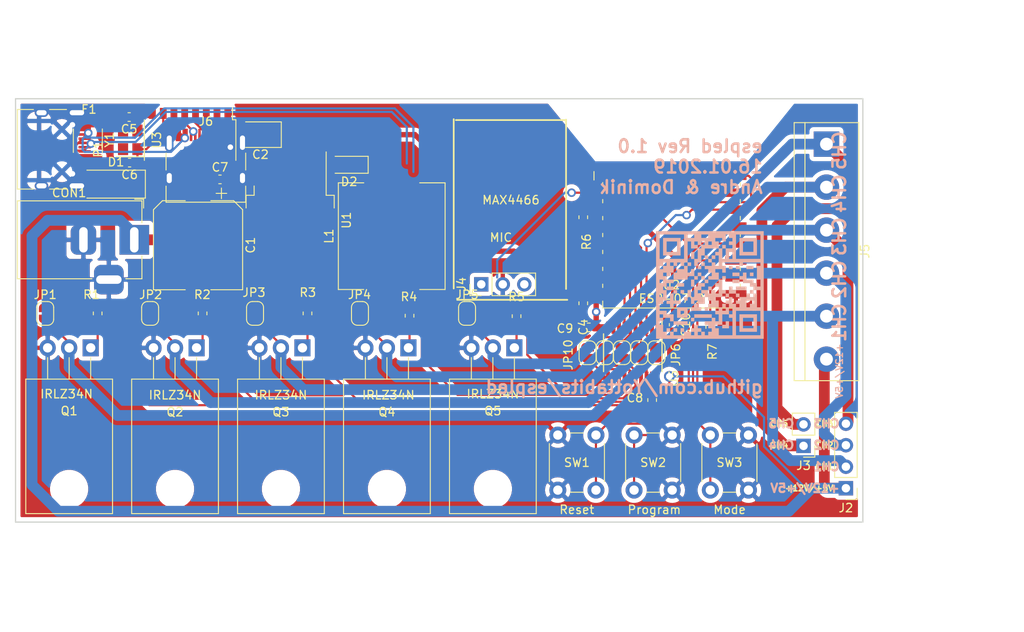
<source format=kicad_pcb>
(kicad_pcb (version 20171130) (host pcbnew 5.99.0+really5.1.10+dfsg1-1)
  (layers (0 F.Cu signal) (31 B.Cu signal) (34 B.Paste user hide) (35 F.Paste user hide) (36 B.SilkS user hide) (37 F.SilkS user hide) (38 B.Mask user hide) (39 F.Mask user hide) (44 Edge.Cuts user))
  (net 0 "")
  (net 1 +12V)
  (net 2 GND)
  (net 3 +3V3)
  (net 4 "Net-(J1-Pad2)")
  (net 5 VUSB)
  (net 6 "Net-(J1-Pad3)")
  (net 7 "Net-(Q1-Pad1)")
  (net 8 "Net-(Q2-Pad1)")
  (net 9 "Net-(Q3-Pad1)")
  (net 10 "Net-(SW1-Pad2)")
  (net 11 "Net-(SW2-Pad1)")
  (net 12 RXD)
  (net 13 TXD)
  (net 14 "Net-(U3-Pad9)")
  (net 15 "Net-(U3-Pad10)")
  (net 16 "Net-(U3-Pad11)")
  (net 17 "Net-(U3-Pad12)")
  (net 18 "Net-(U3-Pad13)")
  (net 19 "Net-(U3-Pad14)")
  (net 20 "Net-(U3-Pad15)")
  (net 21 "Net-(C5-Pad1)")
  (net 22 "Net-(C6-Pad1)")
  (net 23 "Net-(D1-Pad2)")
  (net 24 "Net-(Q4-Pad1)")
  (net 25 "Net-(Q5-Pad1)")
  (net 26 "Net-(SW3-Pad1)")
  (net 27 "Net-(J4-Pad1)")
  (net 28 "Net-(R6-Pad2)")
  (net 29 "Net-(R7-Pad1)")
  (net 30 /CH1)
  (net 31 /CH2)
  (net 32 /CH3)
  (net 33 /CH4)
  (net 34 /CH5)
  (net 35 "Net-(U5-Pad8)")
  (net 36 "Net-(U5-Pad9)")
  (net 37 "Net-(U5-Pad12)")
  (net 38 "Net-(U5-Pad13)")
  (net 39 SIG5)
  (net 40 SIG4)
  (net 41 SIG3)
  (net 42 SIG2)
  (net 43 SIG1)
  (net 44 "Net-(U5-Pad1)")
  (net 45 "Net-(U5-Pad20)")
  (net 46 HSIG1)
  (net 47 HSIG2)
  (net 48 HSIG3)
  (net 49 HSIG4)
  (net 50 HSIG5)
  (net 51 "Net-(D2-Pad1)")
  (net 52 "Net-(U2-Pad13)")
  (net 53 "Net-(P1-PadA1)")
  (net 54 "Net-(P1-PadA4)")
  (net 55 "Net-(P1-PadB5)")
  (net 56 "Net-(P1-PadS1)")
  (net 57 "Net-(P1-PadA7)")
  (net 58 "Net-(P1-PadA6)")
  (net 59 "Net-(P1-PadA5)")
  (net 60 "Net-(J6-PadA1)")
  (net 61 "Net-(J6-PadA4)")
  (net 62 "Net-(J6-PadB8)")
  (net 63 "Net-(J6-PadA5)")
  (net 64 "Net-(J6-PadB7)")
  (net 65 "Net-(J6-PadA7)")
  (net 66 "Net-(J6-PadB6)")
  (net 67 "Net-(J6-PadA8)")
  (net 68 "Net-(J6-PadB5)")
  (net 69 "Net-(J6-PadA6)")
  (net 70 "Net-(J6-PadS1)")
  (net 71 "Net-(P1-PadB8)")
  (net 72 "Net-(P1-PadA8)")
  (module Connector_USB:USB_C_Receptacle_HRO_TYPE-C-31-M-12 (layer F.Cu) (at 96.1136 70.9676 270)
    (fp_text reference P1 (at 0 -5.645 90) (layer F.SilkS))
    (fp_text value USB_C_Plug)
    (pad B1 smd rect (at 3.25 -4.045 270) (size 0.6 1.45) (layers F.Cu F.Paste F.Mask) (net 53 "Net-(P1-PadA1)"))
    (pad A9 smd rect (at 2.45 -4.045 270) (size 0.6 1.45) (layers F.Cu F.Paste F.Mask) (net 54 "Net-(P1-PadA4)"))
    (pad B9 smd rect (at -2.45 -4.045 270) (size 0.6 1.45) (layers F.Cu F.Paste F.Mask) (net 54 "Net-(P1-PadA4)"))
    (pad B12 smd rect (at -3.25 -4.045 270) (size 0.6 1.45) (layers F.Cu F.Paste F.Mask) (net 53 "Net-(P1-PadA1)"))
    (pad A1 smd rect (at -3.25 -4.045 270) (size 0.6 1.45) (layers F.Cu F.Paste F.Mask) (net 53 "Net-(P1-PadA1)"))
    (pad A4 smd rect (at -2.45 -4.045 270) (size 0.6 1.45) (layers F.Cu F.Paste F.Mask) (net 54 "Net-(P1-PadA4)"))
    (pad B4 smd rect (at 2.45 -4.045 270) (size 0.6 1.45) (layers F.Cu F.Paste F.Mask) (net 54 "Net-(P1-PadA4)"))
    (pad A12 smd rect (at 3.25 -4.045 270) (size 0.6 1.45) (layers F.Cu F.Paste F.Mask) (net 53 "Net-(P1-PadA1)"))
    (pad B8 smd rect (at -1.75 -4.045 270) (size 0.3 1.45) (layers F.Cu F.Paste F.Mask) (net 71 "Net-(P1-PadB8)"))
    (pad A5 smd rect (at -1.25 -4.045 270) (size 0.3 1.45) (layers F.Cu F.Paste F.Mask) (net 59 "Net-(P1-PadA5)"))
    (pad B7 smd rect (at -0.75 -4.045 270) (size 0.3 1.45) (layers F.Cu F.Paste F.Mask))
    (pad A7 smd rect (at 0.25 -4.045 270) (size 0.3 1.45) (layers F.Cu F.Paste F.Mask) (net 57 "Net-(P1-PadA7)"))
    (pad B6 smd rect (at 0.75 -4.045 270) (size 0.3 1.45) (layers F.Cu F.Paste F.Mask))
    (pad A8 smd rect (at 1.25 -4.045 270) (size 0.3 1.45) (layers F.Cu F.Paste F.Mask) (net 72 "Net-(P1-PadA8)"))
    (pad B5 smd rect (at 1.75 -4.045 270) (size 0.3 1.45) (layers F.Cu F.Paste F.Mask) (net 55 "Net-(P1-PadB5)"))
    (pad A6 smd rect (at -0.25 -4.045 270) (size 0.3 1.45) (layers F.Cu F.Paste F.Mask) (net 58 "Net-(P1-PadA6)"))
    (pad S1 thru_hole oval (at 4.32 -3.13 270) (size 1 2.1) (drill oval 0.6 1.7) (layers *.Cu *.Mask) (net 56 "Net-(P1-PadS1)"))
    (pad S1 thru_hole oval (at -4.32 -3.13 270) (size 1 2.1) (drill oval 0.6 1.7) (layers *.Cu *.Mask) (net 56 "Net-(P1-PadS1)"))
    (pad "" np_thru_hole circle (at -2.89 -2.6 270) (size 0.65 0.65) (drill 0.65) (layers *.Cu *.Mask))
    (pad S1 thru_hole oval (at -4.32 1.05 270) (size 1 1.6) (drill oval 0.6 1.2) (layers *.Cu *.Mask) (net 56 "Net-(P1-PadS1)"))
    (pad "" np_thru_hole circle (at 2.89 -2.6 270) (size 0.65 0.65) (drill 0.65) (layers *.Cu *.Mask))
    (pad S1 thru_hole oval (at 4.32 1.05 270) (size 1 1.6) (drill oval 0.6 1.2) (layers *.Cu *.Mask) (net 56 "Net-(P1-PadS1)"))
  )
  (module Connector_USB:USB_C_Receptacle_HRO_TYPE-C-31-M-12 (layer F.Cu) (at 114.463401 73.316201)
    (fp_text reference J6 (at 0 -5.645) (layer F.SilkS))
    (fp_text value USB_C_Receptacle)
    (pad B1 smd rect (at 3.25 -4.045) (size 0.6 1.45) (layers F.Cu F.Paste F.Mask) (net 60 "Net-(J6-PadA1)"))
    (pad A9 smd rect (at 2.45 -4.045) (size 0.6 1.45) (layers F.Cu F.Paste F.Mask) (net 61 "Net-(J6-PadA4)"))
    (pad B9 smd rect (at -2.45 -4.045) (size 0.6 1.45) (layers F.Cu F.Paste F.Mask) (net 61 "Net-(J6-PadA4)"))
    (pad B12 smd rect (at -3.25 -4.045) (size 0.6 1.45) (layers F.Cu F.Paste F.Mask) (net 60 "Net-(J6-PadA1)"))
    (pad A1 smd rect (at -3.25 -4.045) (size 0.6 1.45) (layers F.Cu F.Paste F.Mask) (net 60 "Net-(J6-PadA1)"))
    (pad A4 smd rect (at -2.45 -4.045) (size 0.6 1.45) (layers F.Cu F.Paste F.Mask) (net 61 "Net-(J6-PadA4)"))
    (pad B4 smd rect (at 2.45 -4.045) (size 0.6 1.45) (layers F.Cu F.Paste F.Mask) (net 61 "Net-(J6-PadA4)"))
    (pad A12 smd rect (at 3.25 -4.045) (size 0.6 1.45) (layers F.Cu F.Paste F.Mask) (net 60 "Net-(J6-PadA1)"))
    (pad B8 smd rect (at -1.75 -4.045) (size 0.3 1.45) (layers F.Cu F.Paste F.Mask) (net 62 "Net-(J6-PadB8)"))
    (pad A5 smd rect (at -1.25 -4.045) (size 0.3 1.45) (layers F.Cu F.Paste F.Mask) (net 63 "Net-(J6-PadA5)"))
    (pad B7 smd rect (at -0.75 -4.045) (size 0.3 1.45) (layers F.Cu F.Paste F.Mask) (net 64 "Net-(J6-PadB7)"))
    (pad A7 smd rect (at 0.25 -4.045) (size 0.3 1.45) (layers F.Cu F.Paste F.Mask) (net 65 "Net-(J6-PadA7)"))
    (pad B6 smd rect (at 0.75 -4.045) (size 0.3 1.45) (layers F.Cu F.Paste F.Mask) (net 66 "Net-(J6-PadB6)"))
    (pad A8 smd rect (at 1.25 -4.045) (size 0.3 1.45) (layers F.Cu F.Paste F.Mask) (net 67 "Net-(J6-PadA8)"))
    (pad B5 smd rect (at 1.75 -4.045) (size 0.3 1.45) (layers F.Cu F.Paste F.Mask) (net 68 "Net-(J6-PadB5)"))
    (pad A6 smd rect (at -0.25 -4.045) (size 0.3 1.45) (layers F.Cu F.Paste F.Mask) (net 69 "Net-(J6-PadA6)"))
    (pad S1 thru_hole oval (at 4.32 -3.13) (size 1 2.1) (drill oval 0.6 1.7) (layers *.Cu *.Mask) (net 70 "Net-(J6-PadS1)"))
    (pad S1 thru_hole oval (at -4.32 -3.13) (size 1 2.1) (drill oval 0.6 1.7) (layers *.Cu *.Mask) (net 70 "Net-(J6-PadS1)"))
    (pad "" np_thru_hole circle (at -2.89 -2.6) (size 0.65 0.65) (drill 0.65) (layers *.Cu *.Mask))
    (pad S1 thru_hole oval (at -4.32 1.05) (size 1 1.6) (drill oval 0.6 1.2) (layers *.Cu *.Mask) (net 70 "Net-(J6-PadS1)"))
    (pad "" np_thru_hole circle (at 2.89 -2.6) (size 0.65 0.65) (drill 0.65) (layers *.Cu *.Mask))
    (pad S1 thru_hole oval (at 4.32 1.05) (size 1 1.6) (drill oval 0.6 1.2) (layers *.Cu *.Mask) (net 70 "Net-(J6-PadS1)"))
  )
  (module Inductor_SMD:L_12x12mm_H8mm (layer F.Cu) (at 136.398 81.2292 90)
    (fp_text reference L1 (at 0 -7.4 90) (layer F.SilkS))
    (fp_text value 33uH)
    (pad 2 smd rect (at 4.95 0 90) (size 2.9 5.4) (layers F.Cu F.Paste F.Mask) (net 51 "Net-(D2-Pad1)"))
    (pad 1 smd rect (at -4.95 0 90) (size 2.9 5.4) (layers F.Cu F.Paste F.Mask) (net 3 +3V3))
  )
  (module Diode_SMD:D_SOD-123 (layer F.Cu) (at 131.3688 72.7964 180)
    (fp_text reference D2 (at 0 -2) (layer F.SilkS))
    (fp_text value 1N5819)
    (pad 2 smd rect (at 1.65 0 180) (size 0.9 1.2) (layers F.Cu F.Paste F.Mask) (net 2 GND))
    (pad 1 smd rect (at -1.65 0 180) (size 0.9 1.2) (layers F.Cu F.Paste F.Mask) (net 51 "Net-(D2-Pad1)"))
  )
  (module Capacitor_Tantalum_SMD:CP_EIA-3528-12_Kemet-T (layer F.Cu) (at 120.904 69.2404 180)
    (fp_text reference C2 (at 0 -2.35) (layer F.SilkS))
    (fp_text value 220uF)
    (pad 2 smd roundrect (at 1.5375 0 180) (size 1.325 2.35) (layers F.Cu F.Paste F.Mask) (roundrect_rratio 0.188679) (net 2 GND))
    (pad 1 smd roundrect (at -1.5375 0 180) (size 1.325 2.35) (layers F.Cu F.Paste F.Mask) (roundrect_rratio 0.188679) (net 3 +3V3))
  )
  (module Capacitor_SMD:CP_Elec_10x10 (layer F.Cu) (at 113.538 82.296 270)
    (fp_text reference C1 (at 0 -6.2 90) (layer F.SilkS))
    (fp_text value 280uF)
    (pad 2 smd roundrect (at 4 0 270) (size 4 2.5) (layers F.Cu F.Paste F.Mask) (roundrect_rratio 0.1) (net 2 GND))
    (pad 1 smd roundrect (at -4 0 270) (size 4 2.5) (layers F.Cu F.Paste F.Mask) (roundrect_rratio 0.1) (net 1 +12V))
  )
  (module Capacitor_SMD:C_0603_1608Metric (layer F.Cu) (at 105.4608 72.5424 180)
    (fp_text reference C6 (at 0 -1.43) (layer F.SilkS))
    (fp_text value 22p)
    (pad 2 smd roundrect (at 0.775 0 180) (size 0.9 0.95) (layers F.Cu F.Paste F.Mask) (net 2 GND))
    (pad 1 smd roundrect (at -0.775 0 180) (size 0.9 0.95) (layers F.Cu F.Paste F.Mask) (net 22 "Net-(C6-Pad1)"))
  )
  (module Capacitor_SMD:C_0603_1608Metric (layer F.Cu) (at 105.41 67.1576 180)
    (fp_text reference C5 (at 0 -1.43) (layer F.SilkS))
    (fp_text value 22p)
    (pad 2 smd roundrect (at 0.775 0 180) (size 0.9 0.95) (layers F.Cu F.Paste F.Mask) (net 2 GND))
    (pad 1 smd roundrect (at -0.775 0 180) (size 0.9 0.95) (layers F.Cu F.Paste F.Mask) (net 21 "Net-(C5-Pad1)"))
  )
  (module Package_SO:SOP-16_4.4x10.4mm_P1.27mm (layer F.Cu) (at 112.602992 69.8754 270)
    (fp_text reference U3 (at 0 3.941792 270) (layer F.SilkS))
    (fp_text value INTERFACE-CH340G)
    (pad 1 smd rect (at -3.15 -4.45 270) (size 1.3 0.8) (layers F.Cu F.Paste F.Mask) (net 2 GND))
    (pad 2 smd rect (at -3.15 -3.17 270) (size 1.3 0.8) (layers F.Cu F.Paste F.Mask) (net 12 RXD))
    (pad 3 smd rect (at -3.15 -1.91 270) (size 1.3 0.8) (layers F.Cu F.Paste F.Mask) (net 13 TXD))
    (pad 4 smd rect (at -3.15 -0.64 270) (size 1.3 0.8) (layers F.Cu F.Paste F.Mask) (net 3 +3V3))
    (pad 5 smd rect (at -3.15 0.64 270) (size 1.3 0.8) (layers F.Cu F.Paste F.Mask) (net 6 "Net-(J1-Pad3)"))
    (pad 6 smd rect (at -3.15 1.91 270) (size 1.3 0.8) (layers F.Cu F.Paste F.Mask) (net 4 "Net-(J1-Pad2)"))
    (pad 7 smd rect (at -3.15 3.17 270) (size 1.3 0.8) (layers F.Cu F.Paste F.Mask) (net 22 "Net-(C6-Pad1)"))
    (pad 8 smd rect (at -3.15 4.45 270) (size 1.3 0.8) (layers F.Cu F.Paste F.Mask) (net 21 "Net-(C5-Pad1)"))
    (pad 9 smd rect (at 3.15 4.45 270) (size 1.3 0.8) (layers F.Cu F.Paste F.Mask) (net 14 "Net-(U3-Pad9)"))
    (pad 10 smd rect (at 3.15 3.17 270) (size 1.3 0.8) (layers F.Cu F.Paste F.Mask) (net 15 "Net-(U3-Pad10)"))
    (pad 11 smd rect (at 3.15 1.91 270) (size 1.3 0.8) (layers F.Cu F.Paste F.Mask) (net 16 "Net-(U3-Pad11)"))
    (pad 12 smd rect (at 3.15 0.64 270) (size 1.3 0.8) (layers F.Cu F.Paste F.Mask) (net 17 "Net-(U3-Pad12)"))
    (pad 13 smd rect (at 3.15 -0.64 270) (size 1.3 0.8) (layers F.Cu F.Paste F.Mask) (net 18 "Net-(U3-Pad13)"))
    (pad 14 smd rect (at 3.15 -1.91 270) (size 1.3 0.8) (layers F.Cu F.Paste F.Mask) (net 19 "Net-(U3-Pad14)"))
    (pad 15 smd rect (at 3.15 -3.17 270) (size 1.3 0.8) (layers F.Cu F.Paste F.Mask) (net 20 "Net-(U3-Pad15)"))
    (pad 16 smd rect (at 3.15 -4.45 270) (size 1.3 0.8) (layers F.Cu F.Paste F.Mask) (net 3 +3V3))
  )
  (module Crystal:Crystal_SMD_3225-4Pin_3.2x2.5mm (layer F.Cu) (at 105.537 69.85 90)
    (fp_text reference Y1 (at 0 -2.45 90) (layer F.SilkS))
    (fp_text value 12MHz)
    (pad 4 smd rect (at -1.1 -0.85 90) (size 1.4 1.2) (layers F.Cu F.Paste F.Mask))
    (pad 3 smd rect (at 1.1 -0.85 90) (size 1.4 1.2) (layers F.Cu F.Paste F.Mask))
    (pad 2 smd rect (at 1.1 0.85 90) (size 1.4 1.2) (layers F.Cu F.Paste F.Mask) (net 21 "Net-(C5-Pad1)"))
    (pad 1 smd rect (at -1.1 0.85 90) (size 1.4 1.2) (layers F.Cu F.Paste F.Mask) (net 22 "Net-(C6-Pad1)"))
  )
  (module Capacitor_SMD:C_0603_1608Metric_Pad1.08x0.95mm_HandSolder (layer F.Cu) (at 169.672 91.694 270)
    (fp_text reference C10 (at 0 -1.43 90) (layer F.SilkS))
    (fp_text value 100nF)
    (pad 2 smd roundrect (at 0.8625 0 270) (size 1.075 0.95) (layers F.Cu F.Paste F.Mask) (net 2 GND))
    (pad 1 smd roundrect (at -0.8625 0 270) (size 1.075 0.95) (layers F.Cu F.Paste F.Mask) (net 3 +3V3))
  )
  (module TerminalBlock:TerminalBlock_bornier-6_P5.08mm (layer F.Cu) (at 187.706 70.358 270)
    (fp_text reference J5 (at 12.65 -4.55 90) (layer F.SilkS))
    (fp_text value Conn_01x06)
    (pad 6 thru_hole circle (at 25.4 0 270) (size 3 3) (drill 1.52) (layers *.Cu *.Mask) (net 1 +12V))
    (pad 5 thru_hole circle (at 20.32 0 270) (size 3 3) (drill 1.52) (layers *.Cu *.Mask) (net 30 /CH1))
    (pad 4 thru_hole circle (at 15.24 0 270) (size 3 3) (drill 1.52) (layers *.Cu *.Mask) (net 31 /CH2))
    (pad 1 thru_hole rect (at 0 0 270) (size 3 3) (drill 1.52) (layers *.Cu *.Mask) (net 34 /CH5))
    (pad 3 thru_hole circle (at 10.16 0 270) (size 3 3) (drill 1.52) (layers *.Cu *.Mask) (net 32 /CH3))
    (pad 2 thru_hole circle (at 5.08 0 270) (size 3 3) (drill 1.52) (layers *.Cu *.Mask) (net 33 /CH4))
  )
  (module Capacitor_SMD:C_0603_1608Metric_Pad1.08x0.95mm_HandSolder (layer F.Cu) (at 116.1288 74.5236)
    (fp_text reference C7 (at 0 -1.43) (layer F.SilkS))
    (fp_text value 100n)
    (pad 2 smd roundrect (at 0.8625 0) (size 1.075 0.95) (layers F.Cu F.Paste F.Mask) (net 3 +3V3))
    (pad 1 smd roundrect (at -0.8625 0) (size 1.075 0.95) (layers F.Cu F.Paste F.Mask) (net 2 GND))
  )
  (module RF_Module:ESP-07 (layer F.Cu) (at 169.418 78.994)
    (fp_text reference U2 (at 0 8.001) (layer F.SilkS))
    (fp_text value ESP-07v2 (at 0 9.6) (layer F.SilkS))
    (pad 16 smd rect (at 7.6 -4.9) (size 2.5 1) (layers F.Cu F.Paste F.Mask) (net 13 TXD))
    (pad 15 smd rect (at 7.6 -2.9) (size 2.5 1) (layers F.Cu F.Paste F.Mask) (net 12 RXD))
    (pad 14 smd rect (at 7.6 -0.9) (size 2.5 1) (layers F.Cu F.Paste F.Mask) (net 43 SIG1))
    (pad 13 smd rect (at 7.6 1.1) (size 2.5 1) (layers F.Cu F.Paste F.Mask) (net 52 "Net-(U2-Pad13)"))
    (pad 12 smd rect (at 7.6 3.1) (size 2.5 1) (layers F.Cu F.Paste F.Mask) (net 11 "Net-(SW2-Pad1)"))
    (pad 11 smd rect (at 7.6 5.1) (size 2.5 1) (layers F.Cu F.Paste F.Mask) (net 26 "Net-(SW3-Pad1)"))
    (pad 10 smd rect (at 7.6 7.1) (size 2.5 1) (layers F.Cu F.Paste F.Mask) (net 29 "Net-(R7-Pad1)"))
    (pad 9 smd rect (at 7.6 9.1) (size 2.5 1) (layers F.Cu F.Paste F.Mask) (net 2 GND))
    (pad 8 smd rect (at -7.6 9.1) (size 2.5 1) (layers F.Cu F.Paste F.Mask) (net 3 +3V3))
    (pad 7 smd rect (at -7.6 7.1) (size 2.5 1) (layers F.Cu F.Paste F.Mask) (net 39 SIG5))
    (pad 6 smd rect (at -7.6 5.1) (size 2.5 1) (layers F.Cu F.Paste F.Mask) (net 40 SIG4))
    (pad 5 smd rect (at -7.6 3.1) (size 2.5 1) (layers F.Cu F.Paste F.Mask) (net 41 SIG3))
    (pad 4 smd rect (at -7.6 1.1) (size 2.5 1) (layers F.Cu F.Paste F.Mask) (net 42 SIG2))
    (pad 3 smd rect (at -7.6 -0.9) (size 2.5 1) (layers F.Cu F.Paste F.Mask) (net 28 "Net-(R6-Pad2)"))
    (pad 2 smd rect (at -7.6 -2.9) (size 2.5 1) (layers F.Cu F.Paste F.Mask) (net 27 "Net-(J4-Pad1)"))
    (pad 1 smd rect (at -7.6 -4.9) (size 2.5 1) (layers F.Cu F.Paste F.Mask) (net 10 "Net-(SW1-Pad2)"))
  )
  (module Package_TO_SOT_SMD:TO-263-5_TabPin3 (layer F.Cu) (at 124.4092 79.3496 270)
    (fp_text reference U1 (at 0 -6.65 90) (layer F.SilkS))
    (fp_text value LM2596T-3.3)
    (pad 3 smd rect (at 3.375 0 270) (size 9.4 10.8) (layers F.Cu F.Mask) (net 2 GND))
    (pad 5 smd rect (at -5.775 3.4 270) (size 4.6 1.1) (layers F.Cu F.Paste F.Mask) (net 2 GND))
    (pad 4 smd rect (at -5.775 1.7 270) (size 4.6 1.1) (layers F.Cu F.Paste F.Mask) (net 3 +3V3))
    (pad 3 smd rect (at -5.775 0 270) (size 4.6 1.1) (layers F.Cu F.Paste F.Mask) (net 2 GND))
    (pad 2 smd rect (at -5.775 -1.7 270) (size 4.6 1.1) (layers F.Cu F.Paste F.Mask) (net 51 "Net-(D2-Pad1)"))
    (pad 1 smd rect (at -5.775 -3.4 270) (size 4.6 1.1) (layers F.Cu F.Paste F.Mask) (net 1 +12V))
  )
  (module Capacitor_SMD:C_0603_1608Metric_Pad1.05x0.95mm_HandSolder (layer F.Cu) (at 167.132 100.584 270)
    (fp_text reference C8 (at -0.254 2.032 180) (layer F.SilkS))
    (fp_text value 100nF)
    (pad 1 smd roundrect (at -0.875 0 270) (size 1.05 0.95) (layers F.Cu F.Paste F.Mask) (net 1 +12V))
    (pad 2 smd roundrect (at 0.875 0 270) (size 1.05 0.95) (layers F.Cu F.Paste F.Mask) (net 2 GND))
  )
  (module Jumper:SolderJumper-2_P1.3mm_Open_RoundedPad1.0x1.5mm (layer F.Cu) (at 159.512 94.996 90)
    (fp_text reference JP10 (at -0.254 -2.286 90) (layer F.SilkS))
    (fp_text value "GPIO LINK")
    (pad 1 smd custom (at -0.65 0 90) (size 1 0.5) (layers F.Cu F.Mask) (net 50 HSIG5) (options (clearance outline) (anchor rect)) (primitives (gr_circle (center 0 0.25) (end 0.5 0.25) (width 0)) (gr_circle (center 0 -0.25) (end 0.5 -0.25) (width 0)) (gr_poly (pts (xy 0 -0.75) (xy 0.5 -0.75) (xy 0.5 0.75) (xy 0 0.75)) (width 0))))
    (pad 2 smd custom (at 0.65 0 90) (size 1 0.5) (layers F.Cu F.Mask) (net 39 SIG5) (options (clearance outline) (anchor rect)) (primitives (gr_circle (center 0 0.25) (end 0.5 0.25) (width 0)) (gr_circle (center 0 -0.25) (end 0.5 -0.25) (width 0)) (gr_poly (pts (xy 0 -0.75) (xy -0.5 -0.75) (xy -0.5 0.75) (xy 0 0.75)) (width 0))))
  )
  (module Capacitor_SMD:C_0603_1608Metric_Pad1.05x0.95mm_HandSolder (layer F.Cu) (at 159.004 89.154 90)
    (fp_text reference C4 (at -2.808 0 90) (layer F.SilkS))
    (fp_text value 100nF)
    (pad 1 smd roundrect (at -0.875 0 90) (size 1.05 0.95) (layers F.Cu F.Paste F.Mask) (net 2 GND))
    (pad 2 smd roundrect (at 0.875 0 90) (size 1.05 0.95) (layers F.Cu F.Paste F.Mask) (net 3 +3V3))
  )
  (module Resistor_SMD:R_0603_1608Metric_Pad1.05x0.95mm_HandSolder (layer F.Cu) (at 159.004 78.994 90)
    (fp_text reference R6 (at -2.907 0.381 90) (layer F.SilkS))
    (fp_text value 10k)
    (pad 1 smd roundrect (at -0.875 0 90) (size 1.05 0.95) (layers F.Cu F.Paste F.Mask) (net 3 +3V3))
    (pad 2 smd roundrect (at 0.875 0 90) (size 1.05 0.95) (layers F.Cu F.Paste F.Mask) (net 28 "Net-(R6-Pad2)"))
  )
  (module Resistor_SMD:R_0603_1608Metric_Pad1.05x0.95mm_HandSolder (layer F.Cu) (at 173.99 91.948 270)
    (fp_text reference R7 (at 2.935 -0.254 270) (layer F.SilkS))
    (fp_text value 10k)
    (pad 1 smd roundrect (at -0.875 0 270) (size 1.05 0.95) (layers F.Cu F.Paste F.Mask) (net 29 "Net-(R7-Pad1)"))
    (pad 2 smd roundrect (at 0.875 0 270) (size 1.05 0.95) (layers F.Cu F.Paste F.Mask) (net 2 GND))
  )
  (module Jumper:SolderJumper-2_P1.3mm_Open_RoundedPad1.0x1.5mm (layer F.Cu) (at 95.5 90.35 90)
    (fp_text reference JP1 (at 2.212 0.004 180) (layer F.SilkS))
    (fp_text value "GPIO LINK")
    (pad 1 smd custom (at -0.65 0 90) (size 1 0.5) (layers F.Cu F.Mask) (net 30 /CH1) (options (clearance outline) (anchor rect)) (primitives (gr_circle (center 0 0.25) (end 0.5 0.25) (width 0)) (gr_circle (center 0 -0.25) (end 0.5 -0.25) (width 0)) (gr_poly (pts (xy 0 -0.75) (xy 0.5 -0.75) (xy 0.5 0.75) (xy 0 0.75)) (width 0))))
    (pad 2 smd custom (at 0.65 0 90) (size 1 0.5) (layers F.Cu F.Mask) (net 46 HSIG1) (options (clearance outline) (anchor rect)) (primitives (gr_circle (center 0 0.25) (end 0.5 0.25) (width 0)) (gr_circle (center 0 -0.25) (end 0.5 -0.25) (width 0)) (gr_poly (pts (xy 0 -0.75) (xy -0.5 -0.75) (xy -0.5 0.75) (xy 0 0.75)) (width 0))))
  )
  (module Button_Switch_THT:SW_PUSH_6mm (layer F.Cu) (at 156 111.222 90)
    (fp_text reference SW1)
    (fp_text value Reset (at -2.316 2.242 180) (layer F.SilkS))
    (fp_text user %R (at 3.25 2.25 180) (layer F.SilkS))
    (pad 1 thru_hole circle (at 6.5 0 180) (size 2 2) (drill 1.1) (layers *.Cu *.Mask) (net 2 GND))
    (pad 2 thru_hole circle (at 6.5 4.5 180) (size 2 2) (drill 1.1) (layers *.Cu *.Mask) (net 10 "Net-(SW1-Pad2)"))
    (pad 1 thru_hole circle (at 0 0 180) (size 2 2) (drill 1.1) (layers *.Cu *.Mask) (net 2 GND))
    (pad 2 thru_hole circle (at 0 4.5 180) (size 2 2) (drill 1.1) (layers *.Cu *.Mask) (net 10 "Net-(SW1-Pad2)"))
  )
  (module Package_TO_SOT_THT:TO-220-3_Horizontal_TabDown (layer F.Cu) (at 150.873785 94.420101 180)
    (fp_text reference Q5 (at 2.54 -7.452899 180) (layer F.SilkS))
    (fp_text value IRLZ34N (at 2.54 -5.452899 180) (layer F.SilkS))
    (pad 3 thru_hole oval (at 5.08 0 180) (size 1.905 2) (drill 1.1) (layers *.Cu *.Mask) (net 2 GND))
    (pad 2 thru_hole oval (at 2.54 0 180) (size 1.905 2) (drill 1.1) (layers *.Cu *.Mask) (net 34 /CH5))
    (pad 1 thru_hole rect (at 0 0 180) (size 1.905 2) (drill 1.1) (layers *.Cu *.Mask) (net 25 "Net-(Q5-Pad1)"))
    (pad "" np_thru_hole oval (at 2.54 -16.66 180) (size 3.5 3.5) (drill 3.5) (layers *.Cu *.Mask))
  )
  (module Jumper:SolderJumper-2_P1.3mm_Open_RoundedPad1.0x1.5mm (layer F.Cu) (at 145.288 90.35 90)
    (fp_text reference JP5 (at 2.212 0 180) (layer F.SilkS))
    (fp_text value "GPIO LINK")
    (pad 2 smd custom (at 0.65 0 90) (size 1 0.5) (layers F.Cu F.Mask) (net 50 HSIG5) (options (clearance outline) (anchor rect)) (primitives (gr_circle (center 0 0.25) (end 0.5 0.25) (width 0)) (gr_circle (center 0 -0.25) (end 0.5 -0.25) (width 0)) (gr_poly (pts (xy 0 -0.75) (xy -0.5 -0.75) (xy -0.5 0.75) (xy 0 0.75)) (width 0))))
    (pad 1 smd custom (at -0.65 0 90) (size 1 0.5) (layers F.Cu F.Mask) (net 34 /CH5) (options (clearance outline) (anchor rect)) (primitives (gr_circle (center 0 0.25) (end 0.5 0.25) (width 0)) (gr_circle (center 0 -0.25) (end 0.5 -0.25) (width 0)) (gr_poly (pts (xy 0 -0.75) (xy 0.5 -0.75) (xy 0.5 0.75) (xy 0 0.75)) (width 0))))
  )
  (module Button_Switch_THT:SW_PUSH_6mm (layer F.Cu) (at 165 111.222 90)
    (fp_text reference SW2)
    (fp_text value Program (at -2.316 2.386 180) (layer F.SilkS))
    (fp_text user %R (at 3.25 2.25) (layer F.SilkS))
    (pad 2 thru_hole circle (at 0 4.5 180) (size 2 2) (drill 1.1) (layers *.Cu *.Mask) (net 2 GND))
    (pad 1 thru_hole circle (at 0 0 180) (size 2 2) (drill 1.1) (layers *.Cu *.Mask) (net 11 "Net-(SW2-Pad1)"))
    (pad 2 thru_hole circle (at 6.5 4.5 180) (size 2 2) (drill 1.1) (layers *.Cu *.Mask) (net 2 GND))
    (pad 1 thru_hole circle (at 6.5 0 180) (size 2 2) (drill 1.1) (layers *.Cu *.Mask) (net 11 "Net-(SW2-Pad1)"))
  )
  (module Resistor_SMD:R_0603_1608Metric_Pad1.05x0.95mm_HandSolder (layer F.Cu) (at 138.5 90.625 90)
    (fp_text reference R4 (at 2.233 -0.07 180) (layer F.SilkS))
    (fp_text value 100)
    (pad 2 smd roundrect (at 0.875 0 90) (size 1.05 0.95) (layers F.Cu F.Paste F.Mask) (net 49 HSIG4))
    (pad 1 smd roundrect (at -0.875 0 90) (size 1.05 0.95) (layers F.Cu F.Paste F.Mask) (net 24 "Net-(Q4-Pad1)"))
  )
  (module Package_TO_SOT_THT:TO-220-3_Horizontal_TabDown (layer F.Cu) (at 138.370596 94.420101 180)
    (fp_text reference Q4 (at 2.54 -7.579899 180) (layer F.SilkS))
    (fp_text value IRLZ34N (at 2.36741 -5.579899 180) (layer F.SilkS))
    (pad "" np_thru_hole oval (at 2.54 -16.66 180) (size 3.5 3.5) (drill 3.5) (layers *.Cu *.Mask))
    (pad 1 thru_hole rect (at 0 0 180) (size 1.905 2) (drill 1.1) (layers *.Cu *.Mask) (net 24 "Net-(Q4-Pad1)"))
    (pad 2 thru_hole oval (at 2.54 0 180) (size 1.905 2) (drill 1.1) (layers *.Cu *.Mask) (net 33 /CH4))
    (pad 3 thru_hole oval (at 5.08 0 180) (size 1.905 2) (drill 1.1) (layers *.Cu *.Mask) (net 2 GND))
  )
  (module Resistor_SMD:R_0603_1608Metric_Pad1.05x0.95mm_HandSolder (layer F.Cu) (at 126.457365 90.35 90)
    (fp_text reference R3 (at 2.466 0.034635 180) (layer F.SilkS))
    (fp_text value 100)
    (pad 2 smd roundrect (at 0.875 0 90) (size 1.05 0.95) (layers F.Cu F.Paste F.Mask) (net 48 HSIG3))
    (pad 1 smd roundrect (at -0.875 0 90) (size 1.05 0.95) (layers F.Cu F.Paste F.Mask) (net 9 "Net-(Q3-Pad1)"))
  )
  (module Jumper:SolderJumper-2_P1.3mm_Open_RoundedPad1.0x1.5mm (layer F.Cu) (at 120.265892 90.35 90)
    (fp_text reference JP3 (at 2.466 -0.123892 180) (layer F.SilkS))
    (fp_text value "GPIO LINK")
    (pad 2 smd custom (at 0.65 0 90) (size 1 0.5) (layers F.Cu F.Mask) (net 48 HSIG3) (options (clearance outline) (anchor rect)) (primitives (gr_circle (center 0 0.25) (end 0.5 0.25) (width 0)) (gr_circle (center 0 -0.25) (end 0.5 -0.25) (width 0)) (gr_poly (pts (xy 0 -0.75) (xy -0.5 -0.75) (xy -0.5 0.75) (xy 0 0.75)) (width 0))))
    (pad 1 smd custom (at -0.65 0 90) (size 1 0.5) (layers F.Cu F.Mask) (net 32 /CH3) (options (clearance outline) (anchor rect)) (primitives (gr_circle (center 0 0.25) (end 0.5 0.25) (width 0)) (gr_circle (center 0 -0.25) (end 0.5 -0.25) (width 0)) (gr_poly (pts (xy 0 -0.75) (xy 0.5 -0.75) (xy 0.5 0.75) (xy 0 0.75)) (width 0))))
  )
  (module Jumper:SolderJumper-2_P1.3mm_Open_RoundedPad1.0x1.5mm (layer F.Cu) (at 107.882946 90.35 90)
    (fp_text reference JP2 (at 2.212 0.067054 180) (layer F.SilkS))
    (fp_text value "GPIO LINK")
    (pad 2 smd custom (at 0.65 0 90) (size 1 0.5) (layers F.Cu F.Mask) (net 47 HSIG2) (options (clearance outline) (anchor rect)) (primitives (gr_circle (center 0 0.25) (end 0.5 0.25) (width 0)) (gr_circle (center 0 -0.25) (end 0.5 -0.25) (width 0)) (gr_poly (pts (xy 0 -0.75) (xy -0.5 -0.75) (xy -0.5 0.75) (xy 0 0.75)) (width 0))))
    (pad 1 smd custom (at -0.65 0 90) (size 1 0.5) (layers F.Cu F.Mask) (net 31 /CH2) (options (clearance outline) (anchor rect)) (primitives (gr_circle (center 0 0.25) (end 0.5 0.25) (width 0)) (gr_circle (center 0 -0.25) (end 0.5 -0.25) (width 0)) (gr_poly (pts (xy 0 -0.75) (xy 0.5 -0.75) (xy 0.5 0.75) (xy 0 0.75)) (width 0))))
  )
  (module Resistor_SMD:R_0603_1608Metric_Pad1.05x0.95mm_HandSolder (layer F.Cu) (at 151.13 90.678 90)
    (fp_text reference R5 (at 2.286 0 180) (layer F.SilkS))
    (fp_text value 100)
    (pad 1 smd roundrect (at -0.875 0 90) (size 1.05 0.95) (layers F.Cu F.Paste F.Mask) (net 25 "Net-(Q5-Pad1)"))
    (pad 2 smd roundrect (at 0.875 0 90) (size 1.05 0.95) (layers F.Cu F.Paste F.Mask) (net 50 HSIG5))
  )
  (module Fuse:Fuse_1812_4532Metric_Pad1.30x3.40mm_HandSolder (layer F.Cu) (at 100.5332 69.9516 90)
    (fp_text reference F1 (at 3.7 0.124 180) (layer F.SilkS))
    (fp_text value Polyfuse)
    (pad 1 smd roundrect (at -2.225 0 90) (size 1.3 3.4) (layers F.Cu F.Paste F.Mask) (roundrect_rratio 0.192308) (net 23 "Net-(D1-Pad2)"))
    (pad 2 smd roundrect (at 2.225 0 90) (size 1.3 3.4) (layers F.Cu F.Paste F.Mask) (roundrect_rratio 0.192308) (net 5 VUSB))
  )
  (module Button_Switch_THT:SW_PUSH_6mm (layer F.Cu) (at 174 111.222 90)
    (fp_text reference SW3)
    (fp_text value Mode (at -2.316 2.276 180) (layer F.SilkS))
    (fp_text user %R (at 3.25 2.25 180) (layer F.SilkS))
    (pad 2 thru_hole circle (at 0 4.5 180) (size 2 2) (drill 1.1) (layers *.Cu *.Mask) (net 2 GND))
    (pad 1 thru_hole circle (at 0 0 180) (size 2 2) (drill 1.1) (layers *.Cu *.Mask) (net 26 "Net-(SW3-Pad1)"))
    (pad 2 thru_hole circle (at 6.5 4.5 180) (size 2 2) (drill 1.1) (layers *.Cu *.Mask) (net 2 GND))
    (pad 1 thru_hole circle (at 6.5 0 180) (size 2 2) (drill 1.1) (layers *.Cu *.Mask) (net 26 "Net-(SW3-Pad1)"))
  )
  (module Diode_SMD:D_SMA_Handsoldering (layer F.Cu) (at 102.9208 75.0824 180)
    (fp_text reference D1 (at -0.934 2.61 180) (layer F.SilkS))
    (fp_text value 1N5817)
    (pad 1 smd rect (at -2.5 0 180) (size 3.5 1.8) (layers F.Cu F.Paste F.Mask) (net 1 +12V))
    (pad 2 smd rect (at 2.5 0 180) (size 3.5 1.8) (layers F.Cu F.Paste F.Mask) (net 23 "Net-(D1-Pad2)"))
  )
  (module Connector_BarrelJack:BarrelJack_Horizontal (layer F.Cu) (at 106.0125 81.661)
    (fp_text reference CON1 (at -7.686 -5.546) (layer F.SilkS))
    (fp_text value BARREL_JACK)
    (pad 1 thru_hole rect (at 0 0) (size 3.5 3.5) (drill oval 1 3) (layers *.Cu *.Mask) (net 1 +12V))
    (pad 2 thru_hole roundrect (at -6 0) (size 3 3.5) (drill oval 1 3) (layers *.Cu *.Mask) (net 2 GND))
    (pad 3 thru_hole roundrect (at -3 4.7) (size 3.5 3.5) (drill oval 3 1) (layers *.Cu *.Mask) (net 2 GND))
  )
  (module Package_TO_SOT_THT:TO-220-3_Horizontal_TabDown (layer F.Cu) (at 100.867409 94.420101 180)
    (fp_text reference Q1 (at 2.54 -7.452899 180) (layer F.SilkS))
    (fp_text value IRLZ34N (at 2.848285 -5.452899 180) (layer F.SilkS))
    (pad "" np_thru_hole oval (at 2.54 -16.66 180) (size 3.5 3.5) (drill 3.5) (layers *.Cu *.Mask))
    (pad 1 thru_hole rect (at 0 0 180) (size 1.905 2) (drill 1.1) (layers *.Cu *.Mask) (net 7 "Net-(Q1-Pad1)"))
    (pad 2 thru_hole oval (at 2.54 0 180) (size 1.905 2) (drill 1.1) (layers *.Cu *.Mask) (net 30 /CH1))
    (pad 3 thru_hole oval (at 5.08 0 180) (size 1.905 2) (drill 1.1) (layers *.Cu *.Mask) (net 2 GND))
  )
  (module Resistor_SMD:R_0603_1608Metric_Pad1.05x0.95mm_HandSolder (layer F.Cu) (at 101.691473 90.35 90)
    (fp_text reference R1 (at 2.212 -0.726473 180) (layer F.SilkS))
    (fp_text value 100)
    (pad 2 smd roundrect (at 0.875 0 90) (size 1.05 0.95) (layers F.Cu F.Paste F.Mask) (net 46 HSIG1))
    (pad 1 smd roundrect (at -0.875 0 90) (size 1.05 0.95) (layers F.Cu F.Paste F.Mask) (net 7 "Net-(Q1-Pad1)"))
  )
  (module Package_TO_SOT_THT:TO-220-3_Horizontal_TabDown (layer F.Cu) (at 113.364222 94.420101 180)
    (fp_text reference Q2 (at 2.54 -7.579899 180) (layer F.SilkS))
    (fp_text value IRLZ34N (at 2.54 -5.579899 180) (layer F.SilkS))
    (pad 3 thru_hole oval (at 5.08 0 180) (size 1.905 2) (drill 1.1) (layers *.Cu *.Mask) (net 2 GND))
    (pad 2 thru_hole oval (at 2.54 0 180) (size 1.905 2) (drill 1.1) (layers *.Cu *.Mask) (net 31 /CH2))
    (pad 1 thru_hole rect (at 0 0 180) (size 1.905 2) (drill 1.1) (layers *.Cu *.Mask) (net 8 "Net-(Q2-Pad1)"))
    (pad "" np_thru_hole oval (at 2.54 -16.66 180) (size 3.5 3.5) (drill 3.5) (layers *.Cu *.Mask))
  )
  (module Resistor_SMD:R_0603_1608Metric_Pad1.05x0.95mm_HandSolder (layer F.Cu) (at 114.074419 90.35 90)
    (fp_text reference R2 (at 2.212 -0.028419 180) (layer F.SilkS))
    (fp_text value 100)
    (pad 1 smd roundrect (at -0.875 0 90) (size 1.05 0.95) (layers F.Cu F.Paste F.Mask) (net 8 "Net-(Q2-Pad1)"))
    (pad 2 smd roundrect (at 0.875 0 90) (size 1.05 0.95) (layers F.Cu F.Paste F.Mask) (net 47 HSIG2))
  )
  (module Package_TO_SOT_THT:TO-220-3_Horizontal_TabDown (layer F.Cu) (at 125.861035 94.420101 180)
    (fp_text reference Q3 (at 2.54 -7.579899 180) (layer F.SilkS))
    (fp_text value IRLZ34N (at 2.54 -5.579899 180) (layer F.SilkS))
    (pad "" np_thru_hole oval (at 2.54 -16.66 180) (size 3.5 3.5) (drill 3.5) (layers *.Cu *.Mask))
    (pad 1 thru_hole rect (at 0 0 180) (size 1.905 2) (drill 1.1) (layers *.Cu *.Mask) (net 9 "Net-(Q3-Pad1)"))
    (pad 2 thru_hole oval (at 2.54 0 180) (size 1.905 2) (drill 1.1) (layers *.Cu *.Mask) (net 32 /CH3))
    (pad 3 thru_hole oval (at 5.08 0 180) (size 1.905 2) (drill 1.1) (layers *.Cu *.Mask) (net 2 GND))
  )
  (module Connector_PinHeader_2.54mm:PinHeader_1x04_P2.54mm_Vertical (layer F.Cu) (at 190 111 180)
    (fp_text reference J2 (at 0 -2.33 180) (layer F.SilkS))
    (fp_text value LED_CON_RGB)
    (pad 1 thru_hole rect (at 0 0 180) (size 1.7 1.7) (drill 1) (layers *.Cu *.Mask) (net 1 +12V))
    (pad 2 thru_hole oval (at 0 2.54 180) (size 1.7 1.7) (drill 1) (layers *.Cu *.Mask) (net 30 /CH1))
    (pad 3 thru_hole oval (at 0 5.08 180) (size 1.7 1.7) (drill 1) (layers *.Cu *.Mask) (net 31 /CH2))
    (pad 4 thru_hole oval (at 0 7.62 180) (size 1.7 1.7) (drill 1) (layers *.Cu *.Mask) (net 32 /CH3))
  )
  (module Connector_PinHeader_2.54mm:PinHeader_1x02_P2.54mm_Vertical (layer F.Cu) (at 185 106 180)
    (fp_text reference J3 (at 0 -2.33 180) (layer F.SilkS))
    (fp_text value LED_CON_WW)
    (pad 1 thru_hole rect (at 0 0 180) (size 1.7 1.7) (drill 1) (layers *.Cu *.Mask) (net 33 /CH4))
    (pad 2 thru_hole oval (at 0 2.54 180) (size 1.7 1.7) (drill 1) (layers *.Cu *.Mask) (net 34 /CH5))
  )
  (module Connector_PinHeader_2.54mm:PinHeader_1x03_P2.54mm_Vertical (layer F.Cu) (at 146.9644 86.9188 90)
    (fp_text reference J4 (at 0 -2.33 90) (layer F.SilkS))
    (fp_text value MIC (at 5.53 2.32 180) (layer F.SilkS))
    (pad 1 thru_hole rect (at 0 0 90) (size 1.7 1.7) (drill 1) (layers *.Cu *.Mask) (net 27 "Net-(J4-Pad1)"))
    (pad 2 thru_hole oval (at 0 2.54 90) (size 1.7 1.7) (drill 1) (layers *.Cu *.Mask) (net 2 GND))
    (pad 3 thru_hole oval (at 0 5.08 90) (size 1.7 1.7) (drill 1) (layers *.Cu *.Mask) (net 3 +3V3))
  )
  (module Jumper:SolderJumper-2_P1.3mm_Open_RoundedPad1.0x1.5mm (layer F.Cu) (at 132.648838 90.35 90)
    (fp_text reference JP4 (at 2.212 -0.060838 180) (layer F.SilkS))
    (fp_text value "GPIO LINK")
    (pad 2 smd custom (at 0.65 0 90) (size 1 0.5) (layers F.Cu F.Mask) (net 49 HSIG4) (options (clearance outline) (anchor rect)) (primitives (gr_circle (center 0 0.25) (end 0.5 0.25) (width 0)) (gr_circle (center 0 -0.25) (end 0.5 -0.25) (width 0)) (gr_poly (pts (xy 0 -0.75) (xy -0.5 -0.75) (xy -0.5 0.75) (xy 0 0.75)) (width 0))))
    (pad 1 smd custom (at -0.65 0 90) (size 1 0.5) (layers F.Cu F.Mask) (net 33 /CH4) (options (clearance outline) (anchor rect)) (primitives (gr_circle (center 0 0.25) (end 0.5 0.25) (width 0)) (gr_circle (center 0 -0.25) (end 0.5 -0.25) (width 0)) (gr_poly (pts (xy 0 -0.75) (xy 0.5 -0.75) (xy 0.5 0.75) (xy 0 0.75)) (width 0))))
  )
  (module Capacitor_SMD:C_0603_1608Metric_Pad1.05x0.95mm_HandSolder (layer F.Cu) (at 159.653 92.0044)
    (fp_text reference C9 (at -2.808 0.127) (layer F.SilkS))
    (fp_text value 100nF)
    (pad 2 smd roundrect (at 0.875 0) (size 1.05 0.95) (layers F.Cu F.Paste F.Mask) (net 3 +3V3))
    (pad 1 smd roundrect (at -0.875 0) (size 1.05 0.95) (layers F.Cu F.Paste F.Mask) (net 2 GND))
  )
  (module Jumper:SolderJumper-2_P1.3mm_Open_RoundedPad1.0x1.5mm (layer F.Cu) (at 167.64 94.996 90)
    (fp_text reference JP6 (at -0.254 2.286 90) (layer F.SilkS))
    (fp_text value "GPIO LINK")
    (pad 2 smd custom (at 0.65 0 90) (size 1 0.5) (layers F.Cu F.Mask) (net 43 SIG1) (options (clearance outline) (anchor rect)) (primitives (gr_circle (center 0 0.25) (end 0.5 0.25) (width 0)) (gr_circle (center 0 -0.25) (end 0.5 -0.25) (width 0)) (gr_poly (pts (xy 0 -0.75) (xy -0.5 -0.75) (xy -0.5 0.75) (xy 0 0.75)) (width 0))))
    (pad 1 smd custom (at -0.65 0 90) (size 1 0.5) (layers F.Cu F.Mask) (net 46 HSIG1) (options (clearance outline) (anchor rect)) (primitives (gr_circle (center 0 0.25) (end 0.5 0.25) (width 0)) (gr_circle (center 0 -0.25) (end 0.5 -0.25) (width 0)) (gr_poly (pts (xy 0 -0.75) (xy 0.5 -0.75) (xy 0.5 0.75) (xy 0 0.75)) (width 0))))
  )
  (module Jumper:SolderJumper-2_P1.3mm_Open_RoundedPad1.0x1.5mm (layer F.Cu) (at 165.608 94.996 90)
    (fp_text reference JP7 hide)
    (fp_text value "GPIO LINK")
    (pad 1 smd custom (at -0.65 0 90) (size 1 0.5) (layers F.Cu F.Mask) (net 47 HSIG2) (options (clearance outline) (anchor rect)) (primitives (gr_circle (center 0 0.25) (end 0.5 0.25) (width 0)) (gr_circle (center 0 -0.25) (end 0.5 -0.25) (width 0)) (gr_poly (pts (xy 0 -0.75) (xy 0.5 -0.75) (xy 0.5 0.75) (xy 0 0.75)) (width 0))))
    (pad 2 smd custom (at 0.65 0 90) (size 1 0.5) (layers F.Cu F.Mask) (net 42 SIG2) (options (clearance outline) (anchor rect)) (primitives (gr_circle (center 0 0.25) (end 0.5 0.25) (width 0)) (gr_circle (center 0 -0.25) (end 0.5 -0.25) (width 0)) (gr_poly (pts (xy 0 -0.75) (xy -0.5 -0.75) (xy -0.5 0.75) (xy 0 0.75)) (width 0))))
  )
  (module Jumper:SolderJumper-2_P1.3mm_Open_RoundedPad1.0x1.5mm (layer F.Cu) (at 163.576 94.996 90)
    (fp_text reference JP8 hide)
    (fp_text value "GPIO LINK")
    (pad 1 smd custom (at -0.65 0 90) (size 1 0.5) (layers F.Cu F.Mask) (net 48 HSIG3) (options (clearance outline) (anchor rect)) (primitives (gr_circle (center 0 0.25) (end 0.5 0.25) (width 0)) (gr_circle (center 0 -0.25) (end 0.5 -0.25) (width 0)) (gr_poly (pts (xy 0 -0.75) (xy 0.5 -0.75) (xy 0.5 0.75) (xy 0 0.75)) (width 0))))
    (pad 2 smd custom (at 0.65 0 90) (size 1 0.5) (layers F.Cu F.Mask) (net 41 SIG3) (options (clearance outline) (anchor rect)) (primitives (gr_circle (center 0 0.25) (end 0.5 0.25) (width 0)) (gr_circle (center 0 -0.25) (end 0.5 -0.25) (width 0)) (gr_poly (pts (xy 0 -0.75) (xy -0.5 -0.75) (xy -0.5 0.75) (xy 0 0.75)) (width 0))))
  )
  (module Jumper:SolderJumper-2_P1.3mm_Open_RoundedPad1.0x1.5mm (layer F.Cu) (at 161.544 94.996 90)
    (fp_text reference JP9 hide)
    (fp_text value "GPIO LINK")
    (pad 2 smd custom (at 0.65 0 90) (size 1 0.5) (layers F.Cu F.Mask) (net 40 SIG4) (options (clearance outline) (anchor rect)) (primitives (gr_circle (center 0 0.25) (end 0.5 0.25) (width 0)) (gr_circle (center 0 -0.25) (end 0.5 -0.25) (width 0)) (gr_poly (pts (xy 0 -0.75) (xy -0.5 -0.75) (xy -0.5 0.75) (xy 0 0.75)) (width 0))))
    (pad 1 smd custom (at -0.65 0 90) (size 1 0.5) (layers F.Cu F.Mask) (net 49 HSIG4) (options (clearance outline) (anchor rect)) (primitives (gr_circle (center 0 0.25) (end 0.5 0.25) (width 0)) (gr_circle (center 0 -0.25) (end 0.5 -0.25) (width 0)) (gr_poly (pts (xy 0 -0.75) (xy 0.5 -0.75) (xy 0.5 0.75) (xy 0 0.75)) (width 0))))
  )
  (module Package_SO:TSSOP-20_4.4x6.5mm_P0.65mm (layer F.Cu) (at 164.846 94.996 270)
    (fp_text reference U5 (at 3.048 -4.826 270) (layer F.SilkS))
    (fp_text value TXS0108EPW)
    (pad 1 smd rect (at -2.95 -2.925 270) (size 1.45 0.45) (layers F.Cu F.Paste F.Mask) (net 44 "Net-(U5-Pad1)"))
    (pad 2 smd rect (at -2.95 -2.275 270) (size 1.45 0.45) (layers F.Cu F.Paste F.Mask) (net 3 +3V3))
    (pad 3 smd rect (at -2.95 -1.625 270) (size 1.45 0.45) (layers F.Cu F.Paste F.Mask) (net 43 SIG1))
    (pad 4 smd rect (at -2.95 -0.975 270) (size 1.45 0.45) (layers F.Cu F.Paste F.Mask) (net 42 SIG2))
    (pad 5 smd rect (at -2.95 -0.325 270) (size 1.45 0.45) (layers F.Cu F.Paste F.Mask) (net 41 SIG3))
    (pad 6 smd rect (at -2.95 0.325 270) (size 1.45 0.45) (layers F.Cu F.Paste F.Mask) (net 40 SIG4))
    (pad 7 smd rect (at -2.95 0.975 270) (size 1.45 0.45) (layers F.Cu F.Paste F.Mask) (net 39 SIG5))
    (pad 8 smd rect (at -2.95 1.625 270) (size 1.45 0.45) (layers F.Cu F.Paste F.Mask) (net 35 "Net-(U5-Pad8)"))
    (pad 9 smd rect (at -2.95 2.275 270) (size 1.45 0.45) (layers F.Cu F.Paste F.Mask) (net 36 "Net-(U5-Pad9)"))
    (pad 10 smd rect (at -2.95 2.925 270) (size 1.45 0.45) (layers F.Cu F.Paste F.Mask) (net 3 +3V3))
    (pad 11 smd rect (at 2.95 2.925 270) (size 1.45 0.45) (layers F.Cu F.Paste F.Mask) (net 2 GND))
    (pad 12 smd rect (at 2.95 2.275 270) (size 1.45 0.45) (layers F.Cu F.Paste F.Mask) (net 37 "Net-(U5-Pad12)"))
    (pad 13 smd rect (at 2.95 1.625 270) (size 1.45 0.45) (layers F.Cu F.Paste F.Mask) (net 38 "Net-(U5-Pad13)"))
    (pad 14 smd rect (at 2.95 0.975 270) (size 1.45 0.45) (layers F.Cu F.Paste F.Mask) (net 50 HSIG5))
    (pad 15 smd rect (at 2.95 0.325 270) (size 1.45 0.45) (layers F.Cu F.Paste F.Mask) (net 49 HSIG4))
    (pad 16 smd rect (at 2.95 -0.325 270) (size 1.45 0.45) (layers F.Cu F.Paste F.Mask) (net 48 HSIG3))
    (pad 17 smd rect (at 2.95 -0.975 270) (size 1.45 0.45) (layers F.Cu F.Paste F.Mask) (net 47 HSIG2))
    (pad 18 smd rect (at 2.95 -1.625 270) (size 1.45 0.45) (layers F.Cu F.Paste F.Mask) (net 46 HSIG1))
    (pad 19 smd rect (at 2.95 -2.275 270) (size 1.45 0.45) (layers F.Cu F.Paste F.Mask) (net 1 +12V))
    (pad 20 smd rect (at 2.95 -2.925 270) (size 1.45 0.45) (layers F.Cu F.Paste F.Mask) (net 45 "Net-(U5-Pad20)"))
  )
  (module icons:github-espled12 (layer B.Cu) (at 173.946428 86.995 180)
    (fp_text reference G*** hide)
    (fp_text value LOGO hide)
  )
  (gr_text CH3 (at 187.452 103.378) (layer F.SilkS) (effects (font (size 0.7 0.7) (thickness 0.175))))
  (gr_text CH2 (at 187.452 105.918) (layer F.SilkS) (effects (font (size 0.7 0.7) (thickness 0.175))))
  (gr_text CH4 (at 182.118 105.918) (layer F.SilkS) (effects (font (size 0.7 0.7) (thickness 0.175))))
  (gr_text +12V/+5V (at 185.668666 110.998) (layer F.SilkS) (effects (font (size 0.7 0.7) (thickness 0.175))))
  (gr_text CH5 (at 182.118 103.378) (layer F.SilkS) (effects (font (size 0.7 0.7) (thickness 0.175))))
  (gr_text CH1 (at 187.452 108.458) (layer F.SilkS) (effects (font (size 0.7 0.7) (thickness 0.175))))
  (gr_text +12V/+5V (at 185.166 110.998) (layer B.SilkS) (effects (font (size 1 1) (thickness 0.25)) (justify mirror)))
  (gr_text CH1 (at 187.713619 108.458) (layer B.SilkS) (effects (font (size 1 1) (thickness 0.25)) (justify mirror)))
  (gr_text CH2 (at 187.713619 105.918) (layer B.SilkS) (effects (font (size 1 1) (thickness 0.25)) (justify mirror)))
  (gr_text CH3 (at 187.713619 103.378) (layer B.SilkS) (effects (font (size 1 1) (thickness 0.25)) (justify mirror)))
  (gr_text CH4 (at 182.372 105.918) (layer B.SilkS) (effects (font (size 1 1) (thickness 0.25)) (justify mirror)))
  (gr_text CH5 (at 182.372 103.378) (layer B.SilkS) (effects (font (size 1 1) (thickness 0.25)) (justify mirror)))
  (gr_text CH5 (at 189.23 71.12 90) (layer B.SilkS) (effects (font (size 1.5 1.5) (thickness 0.3)) (justify mirror)))
  (gr_text CH4 (at 189.23 76.2 90) (layer B.SilkS) (effects (font (size 1.5 1.5) (thickness 0.3)) (justify mirror)))
  (gr_text CH3 (at 189.23 81.28 90) (layer B.SilkS) (effects (font (size 1.5 1.5) (thickness 0.3)) (justify mirror)))
  (gr_text CH2 (at 189.23 86.36 90) (layer B.SilkS) (effects (font (size 1.5 1.5) (thickness 0.3)) (justify mirror)))
  (gr_text CH1 (at 189.23 91.44 90) (layer B.SilkS) (effects (font (size 1.5 1.5) (thickness 0.3)) (justify mirror)))
  (gr_text +12V/+5V (at 189.23 97.155 90) (layer B.SilkS) (effects (font (size 0.8 0.8)) (justify mirror)))
  (gr_text github.com/Yottabits/espled (at 163.83 99.06) (layer B.SilkS) (effects (font (size 1.5 1.5) (thickness 0.3)) (justify mirror)))
  (gr_text "espled Rev 1.0\n16.01.2019\nAndre & Dominik" (at 180.34 73.025) (layer B.SilkS) (effects (font (size 1.5 1.5) (thickness 0.3)) (justify left mirror)))
  (gr_text MAX4466 (at 150.4696 76.962) (layer F.SilkS) (effects (font (size 1 1))))
  (gr_line (start 143.7132 87.4116) (end 143.7132 67.4116) (layer F.SilkS) (width 0.2))
  (gr_line (start 157.1196 88.7476) (end 144.1196 88.7476) (layer F.SilkS) (width 0.2))
  (gr_line (start 156.972 67.4624) (end 156.972 87.4624) (layer F.SilkS) (width 0.2))
  (gr_line (start 143.9672 67.5132) (end 156.9672 67.5132) (layer F.SilkS) (width 0.2))
  (gr_line (start 92 65) (end 192 65) (layer Edge.Cuts) (width 0.15))
  (gr_line (start 92 115) (end 92 65) (layer Edge.Cuts) (width 0.15))
  (gr_line (start 192 115) (end 92 115) (layer Edge.Cuts) (width 0.15))
  (gr_line (start 192 65) (end 192 115) (layer Edge.Cuts) (width 0.15))
  (segment (start 185.980102 111) (end 190 111) (width 1.27) (layer B.Cu) (net 1))
  (segment (start 183.261 113.719102) (end 185.980102 111) (width 1.27) (layer B.Cu) (net 1))
  (segment (start 104.36099 79.36099) (end 95.77201 79.36099) (width 1.27) (layer B.Cu) (net 1))
  (segment (start 95.77201 79.36099) (end 93.945899 81.187101) (width 1.27) (layer B.Cu) (net 1))
  (segment (start 93.945899 81.187101) (end 93.945899 110.604313) (width 1.27) (layer B.Cu) (net 1))
  (segment (start 107 82) (end 104.36099 79.36099) (width 1.27) (layer B.Cu) (net 1))
  (segment (start 93.945899 110.604313) (end 97.060688 113.719102) (width 1.27) (layer B.Cu) (net 1))
  (segment (start 97.060688 113.719102) (end 183.261 113.719102) (width 1.27) (layer B.Cu) (net 1))
  (segment (start 185.262944 111) (end 180.34 106.077056) (width 0.254) (layer B.Cu) (net 1))
  (segment (start 185.980102 111) (end 185.262944 111) (width 0.254) (layer B.Cu) (net 1))
  (segment (start 180.34 106.077056) (end 180.34 102.616) (width 0.254) (layer B.Cu) (net 1))
  (via (at 169.164 97.79) (size 1.27) (drill 0.8) (layers F.Cu B.Cu) (net 1))
  (segment (start 167.245 99.822) (end 167.132 99.709) (width 0.254) (layer F.Cu) (net 1))
  (segment (start 167.132 97.957) (end 167.121 97.946) (width 0.254) (layer F.Cu) (net 1))
  (segment (start 167.132 99.709) (end 167.132 97.957) (width 0.254) (layer F.Cu) (net 1))
  (segment (start 187.452 96.012) (end 187.706 95.758) (width 1.27) (layer F.Cu) (net 1))
  (segment (start 187.452 110.572) (end 187.452 96.012) (width 1.27) (layer F.Cu) (net 1))
  (segment (start 187.88 111) (end 187.452 110.572) (width 1.27) (layer F.Cu) (net 1))
  (segment (start 190 111) (end 187.88 111) (width 1.27) (layer F.Cu) (net 1))
  (segment (start 167.132 99.709) (end 166.991 99.709) (width 0.254) (layer F.Cu) (net 1))
  (segment (start 168.143025 99.709) (end 167.132 99.709) (width 0.254) (layer F.Cu) (net 1))
  (segment (start 169.164 98.688025) (end 168.143025 99.709) (width 0.254) (layer F.Cu) (net 1))
  (segment (start 169.164 97.79) (end 169.164 98.688025) (width 0.254) (layer F.Cu) (net 1))
  (segment (start 175.514 97.79) (end 178.816 101.092) (width 0.254) (layer B.Cu) (net 1))
  (segment (start 169.164 97.79) (end 175.514 97.79) (width 0.254) (layer B.Cu) (net 1))
  (segment (start 178.816 101.092) (end 180.34 102.616) (width 0.254) (layer B.Cu) (net 1))
  (segment (start 178.181001 100.457001) (end 178.816 101.092) (width 0.254) (layer B.Cu) (net 1))
  (segment (start 110.173 81.661) (end 113.538 78.296) (width 1.27) (layer F.Cu) (net 1))
  (segment (start 106.0125 81.661) (end 110.173 81.661) (width 1.27) (layer F.Cu) (net 1))
  (segment (start 114.698401 77.135599) (end 113.538 78.296) (width 1.27) (layer F.Cu) (net 1))
  (segment (start 126.998403 77.135599) (end 114.698401 77.135599) (width 1.27) (layer F.Cu) (net 1))
  (segment (start 127.8092 76.324802) (end 126.998403 77.135599) (width 1.27) (layer F.Cu) (net 1))
  (segment (start 127.8092 73.5746) (end 127.8092 76.324802) (width 1.27) (layer F.Cu) (net 1))
  (segment (start 145.793785 94.372601) (end 145.793785 94.420101) (width 0.254) (layer F.Cu) (net 2))
  (segment (start 161.921 97.946) (end 159.102 97.946) (width 0.254) (layer F.Cu) (net 2))
  (segment (start 159.004 79.869) (end 159.004 88.279) (width 0.635) (layer F.Cu) (net 3))
  (segment (start 159.189 88.094) (end 159.004 88.279) (width 0.635) (layer F.Cu) (net 3))
  (segment (start 160.528 88.138) (end 160.484 88.094) (width 0.635) (layer F.Cu) (net 3))
  (segment (start 161.823 91.948) (end 160.528 91.948) (width 0.635) (layer F.Cu) (net 3))
  (segment (start 161.825299 91.950299) (end 161.823 91.948) (width 0.635) (layer F.Cu) (net 3))
  (segment (start 160.484 88.094) (end 159.189 88.094) (width 0.635) (layer F.Cu) (net 3))
  (segment (start 161.818 88.094) (end 160.484 88.094) (width 0.635) (layer F.Cu) (net 3))
  (segment (start 117.052992 73.0254) (end 117.052992 71.409192) (width 0.635) (layer F.Cu) (net 3))
  (segment (start 113.242992 67.599192) (end 113.242992 66.7254) (width 0.635) (layer F.Cu) (net 3))
  (segment (start 117.052992 71.409192) (end 113.242992 67.599192) (width 0.635) (layer F.Cu) (net 3))
  (segment (start 153.924 86.106) (end 156.21 88.392) (width 0.635) (layer F.Cu) (net 3))
  (segment (start 158.891 88.392) (end 159.004 88.279) (width 0.635) (layer F.Cu) (net 3))
  (segment (start 156.21 88.392) (end 158.891 88.392) (width 0.635) (layer F.Cu) (net 3))
  (via (at 160.528 90.17) (size 1) (drill 0.6) (layers F.Cu B.Cu) (net 3))
  (segment (start 160.528 91.948) (end 160.528 90.17) (width 0.635) (layer F.Cu) (net 3))
  (segment (start 160.528 90.17) (end 160.528 88.138) (width 0.635) (layer F.Cu) (net 3))
  (segment (start 168.412561 90.800299) (end 167.263701 90.800299) (width 0.635) (layer F.Cu) (net 3))
  (segment (start 168.443762 90.8315) (end 168.412561 90.800299) (width 0.635) (layer F.Cu) (net 3))
  (segment (start 169.672 90.8315) (end 168.443762 90.8315) (width 0.635) (layer F.Cu) (net 3))
  (segment (start 167.121 90.943) (end 167.263701 90.800299) (width 0.254) (layer F.Cu) (net 3))
  (segment (start 167.121 92.046) (end 167.121 90.943) (width 0.254) (layer F.Cu) (net 3))
  (segment (start 169.672 83.579362) (end 165.086638 78.994) (width 0.635) (layer F.Cu) (net 3))
  (segment (start 169.672 90.8315) (end 169.672 83.579362) (width 0.635) (layer F.Cu) (net 3))
  (segment (start 159.004 79.869) (end 159.004 79.756) (width 0.635) (layer F.Cu) (net 3))
  (segment (start 159.004 79.756) (end 159.766 78.994) (width 0.635) (layer F.Cu) (net 3))
  (segment (start 159.766 78.994) (end 160.047299 78.994) (width 0.635) (layer F.Cu) (net 3))
  (segment (start 165.086638 78.994) (end 159.766 78.994) (width 0.254) (layer F.Cu) (net 3))
  (segment (start 122.7092 69.5081) (end 122.4415 69.2404) (width 0.635) (layer F.Cu) (net 3))
  (segment (start 122.7092 73.5746) (end 122.7092 69.5081) (width 0.635) (layer F.Cu) (net 3))
  (segment (start 122.4415 69.2404) (end 139.1412 69.2404) (width 0.635) (layer F.Cu) (net 3))
  (segment (start 139.1412 69.2404) (end 144.1196 74.2188) (width 0.635) (layer F.Cu) (net 3))
  (segment (start 144.1196 86.0552) (end 142.6972 87.4776) (width 0.635) (layer F.Cu) (net 3))
  (segment (start 137.6964 87.4776) (end 136.398 86.1792) (width 0.635) (layer F.Cu) (net 3))
  (segment (start 142.6972 87.4776) (end 137.6964 87.4776) (width 0.635) (layer F.Cu) (net 3))
  (segment (start 153.924 86.106) (end 150.8252 83.0072) (width 0.635) (layer F.Cu) (net 3))
  (segment (start 144.1196 83.0072) (end 144.1196 86.0552) (width 0.635) (layer F.Cu) (net 3))
  (segment (start 150.8252 83.0072) (end 144.1196 83.0072) (width 0.635) (layer F.Cu) (net 3))
  (segment (start 144.1196 74.2188) (end 144.1196 83.0072) (width 0.635) (layer F.Cu) (net 3))
  (via (at 111.980601 69.638801) (size 1) (drill 0.6) (layers F.Cu B.Cu) (net 4))
  (segment (start 110.692992 68.351192) (end 110.692992 66.7254) (width 0.254) (layer F.Cu) (net 4))
  (segment (start 111.980601 69.638801) (end 110.692992 68.351192) (width 0.254) (layer F.Cu) (net 4))
  (segment (start 138.955401 68.343401) (end 138.955401 73.642599) (width 0.254) (layer B.Cu) (net 4))
  (segment (start 136.753591 66.141591) (end 138.955401 68.343401) (width 0.254) (layer B.Cu) (net 4))
  (segment (start 109.559659 66.141591) (end 136.753591 66.141591) (width 0.254) (layer B.Cu) (net 4))
  (segment (start 106.10525 69.596) (end 109.559659 66.141591) (width 0.254) (layer B.Cu) (net 4))
  (segment (start 100.33 69.596) (end 106.10525 69.596) (width 0.254) (layer B.Cu) (net 4))
  (segment (start 97.4745 70.47) (end 99.1512 70.47) (width 0.254) (layer F.Cu) (net 4))
  (segment (start 99.1512 70.47) (end 100.4316 69.1896) (width 0.254) (layer F.Cu) (net 4))
  (segment (start 100.4316 69.1896) (end 100.584 69.0372) (width 0.254) (layer F.Cu) (net 4))
  (segment (start 100.584 69.0372) (end 100.584 69.0372) (width 0.254) (layer F.Cu) (net 4))
  (via (at 100.584 69.0372) (size 1) (drill 0.6) (layers F.Cu B.Cu) (net 4))
  (segment (start 100.584 69.0372) (end 100.584 69.088) (width 0.254) (layer B.Cu) (net 4))
  (segment (start 100.161659 71.272409) (end 110.346993 71.272409) (width 0.254) (layer B.Cu) (net 4))
  (segment (start 99.923591 71.034341) (end 100.161659 71.272409) (width 0.254) (layer B.Cu) (net 4))
  (segment (start 99.923591 69.748409) (end 99.923591 71.034341) (width 0.254) (layer B.Cu) (net 4))
  (segment (start 110.346993 71.272409) (end 111.980601 69.638801) (width 0.254) (layer B.Cu) (net 4))
  (segment (start 100.584 69.088) (end 99.923591 69.748409) (width 0.254) (layer B.Cu) (net 4))
  (segment (start 100.1674 67.879) (end 100.7364 67.879) (width 0.254) (layer F.Cu) (net 5))
  (segment (start 98.4398 69.82) (end 100.5332 67.7266) (width 0.254) (layer F.Cu) (net 5))
  (segment (start 100.33 70.866) (end 101.092 70.104) (width 0.254) (layer B.Cu) (net 57))
  (segment (start 101.092 70.104) (end 106.172 70.104) (width 0.254) (layer B.Cu) (net 57))
  (segment (start 106.172 70.104) (end 109.728 66.548) (width 0.254) (layer B.Cu) (net 57))
  (via (at 112.9792 68.8594) (size 1) (drill 0.6) (layers F.Cu B.Cu) (net 6))
  (segment (start 111.962992 67.843192) (end 111.962992 66.7254) (width 0.254) (layer F.Cu) (net 6))
  (segment (start 112.9792 68.8594) (end 111.962992 67.843192) (width 0.254) (layer F.Cu) (net 6))
  (segment (start 138.176 72.644) (end 138.176 68.326) (width 0.254) (layer B.Cu) (net 57))
  (segment (start 138.176 68.326) (end 136.398 66.548) (width 0.254) (layer B.Cu) (net 57))
  (segment (start 136.398 66.548) (end 109.728 66.548) (width 0.254) (layer B.Cu) (net 57))
  (segment (start 97.4745 71.12) (end 100.076 71.12) (width 0.254) (layer F.Cu) (net 57))
  (segment (start 100.076 71.12) (end 100.8888 70.3072) (width 0.254) (layer F.Cu) (net 57))
  (segment (start 100.8888 70.3072) (end 100.8888 70.3072) (width 0.254) (layer F.Cu) (net 57))
  (via (at 100.8888 70.3072) (size 1) (drill 0.6) (layers F.Cu B.Cu) (net 57))
  (segment (start 101.691473 93.596037) (end 100.867409 94.420101) (width 0.254) (layer F.Cu) (net 7))
  (segment (start 101.691473 91.225) (end 101.691473 93.596037) (width 0.254) (layer F.Cu) (net 7))
  (segment (start 114.074419 93.709904) (end 113.364222 94.420101) (width 0.254) (layer F.Cu) (net 8))
  (segment (start 114.074419 91.225) (end 114.074419 93.709904) (width 0.254) (layer F.Cu) (net 8))
  (segment (start 126.457365 93.823771) (end 125.861035 94.420101) (width 0.254) (layer F.Cu) (net 9))
  (segment (start 126.457365 91.225) (end 126.457365 93.823771) (width 0.254) (layer F.Cu) (net 9))
  (segment (start 160.5 104.722) (end 160.5 111.222) (width 0.254) (layer F.Cu) (net 10))
  (segment (start 171.45 82.222) (end 163.322 74.094) (width 0.254) (layer F.Cu) (net 10))
  (segment (start 167.57325 103.378) (end 171.45 99.50125) (width 0.254) (layer F.Cu) (net 10))
  (segment (start 163.322 74.094) (end 161.818 74.094) (width 0.254) (layer F.Cu) (net 10))
  (segment (start 171.45 99.50125) (end 171.45 82.222) (width 0.254) (layer F.Cu) (net 10))
  (segment (start 161.844 103.378) (end 167.57325 103.378) (width 0.254) (layer F.Cu) (net 10))
  (segment (start 160.5 104.722) (end 161.844 103.378) (width 0.254) (layer F.Cu) (net 10))
  (segment (start 166.804 104.722) (end 165 104.722) (width 0.254) (layer F.Cu) (net 11))
  (segment (start 171.958 99.568) (end 166.804 104.722) (width 0.254) (layer F.Cu) (net 11))
  (segment (start 165 104.722) (end 165 111.222) (width 0.254) (layer F.Cu) (net 11))
  (segment (start 172.922 82.094) (end 177.018 82.094) (width 0.254) (layer F.Cu) (net 11))
  (segment (start 171.958 99.568) (end 171.958 83.058) (width 0.254) (layer F.Cu) (net 11))
  (segment (start 171.958 83.058) (end 172.922 82.094) (width 0.254) (layer F.Cu) (net 11))
  (segment (start 166.645672 76.094) (end 177.018 76.094) (width 0.254) (layer F.Cu) (net 12))
  (segment (start 163.221082 72.66941) (end 166.645672 76.094) (width 0.254) (layer F.Cu) (net 12))
  (segment (start 153.989412 66.548) (end 160.110822 72.66941) (width 0.254) (layer F.Cu) (net 12))
  (segment (start 139.954 66.548) (end 153.989412 66.548) (width 0.254) (layer F.Cu) (net 12))
  (segment (start 160.110822 72.66941) (end 163.221082 72.66941) (width 0.254) (layer F.Cu) (net 12))
  (segment (start 159.942481 73.075819) (end 153.922662 67.056) (width 0.254) (layer F.Cu) (net 13))
  (segment (start 163.052741 73.075819) (end 159.942481 73.075819) (width 0.254) (layer F.Cu) (net 13))
  (segment (start 167.192922 77.216) (end 163.052741 73.075819) (width 0.254) (layer F.Cu) (net 13))
  (segment (start 178.816 74.388) (end 178.816 76.708) (width 0.254) (layer F.Cu) (net 13))
  (segment (start 153.922662 67.056) (end 140.38913 67.056) (width 0.254) (layer F.Cu) (net 13))
  (segment (start 178.308 77.216) (end 167.192922 77.216) (width 0.254) (layer F.Cu) (net 13))
  (segment (start 178.522 74.094) (end 178.816 74.388) (width 0.254) (layer F.Cu) (net 13))
  (segment (start 178.816 76.708) (end 178.308 77.216) (width 0.254) (layer F.Cu) (net 13))
  (segment (start 177.018 74.094) (end 178.522 74.094) (width 0.254) (layer F.Cu) (net 13))
  (segment (start 107.720792 67.1576) (end 108.152992 66.7254) (width 0.254) (layer F.Cu) (net 21))
  (segment (start 106.185 67.1576) (end 107.720792 67.1576) (width 0.254) (layer F.Cu) (net 21))
  (segment (start 106.387 67.3596) (end 106.185 67.1576) (width 0.254) (layer F.Cu) (net 21))
  (segment (start 106.387 68.75) (end 106.387 67.3596) (width 0.254) (layer F.Cu) (net 21))
  (segment (start 109.432992 66.7254) (end 109.432992 68.962608) (width 0.254) (layer F.Cu) (net 22))
  (segment (start 106.387 72.3912) (end 106.2358 72.5424) (width 0.254) (layer F.Cu) (net 22))
  (segment (start 106.387 70.95) (end 106.387 72.3912) (width 0.254) (layer F.Cu) (net 22))
  (segment (start 107.4456 70.95) (end 109.432992 68.962608) (width 0.254) (layer F.Cu) (net 22))
  (segment (start 106.387 70.95) (end 107.4456 70.95) (width 0.254) (layer F.Cu) (net 22))
  (segment (start 101.092 74.96) (end 101.132 75) (width 0.254) (layer F.Cu) (net 23))
  (segment (start 101.092 72.329) (end 101.092 74.96) (width 0.254) (layer F.Cu) (net 23))
  (segment (start 138.5 94.290697) (end 138.370596 94.420101) (width 0.254) (layer F.Cu) (net 24))
  (segment (start 138.5 91.5) (end 138.5 94.290697) (width 0.254) (layer F.Cu) (net 24))
  (segment (start 151.13 94.163886) (end 150.873785 94.420101) (width 0.254) (layer F.Cu) (net 25))
  (segment (start 151.13 91.553) (end 151.13 94.163886) (width 0.254) (layer F.Cu) (net 25))
  (segment (start 174 104.722) (end 174 111.222) (width 0.254) (layer F.Cu) (net 26))
  (segment (start 172.466 84.582) (end 172.954 84.094) (width 0.254) (layer F.Cu) (net 26))
  (segment (start 174 104.722) (end 172.466 103.188) (width 0.254) (layer F.Cu) (net 26))
  (segment (start 172.466 103.188) (end 172.466 84.582) (width 0.254) (layer F.Cu) (net 26))
  (segment (start 177.018 84.094) (end 174.224 84.094) (width 0.254) (layer F.Cu) (net 26))
  (segment (start 174.224 84.094) (end 174.6 84.094) (width 0.254) (layer F.Cu) (net 26))
  (segment (start 172.954 84.094) (end 174.224 84.094) (width 0.254) (layer F.Cu) (net 26))
  (segment (start 161.818 76.094) (end 157.628 76.094) (width 0.254) (layer F.Cu) (net 27))
  (via (at 157.628 76.094) (size 1) (drill 0.6) (layers F.Cu B.Cu) (net 27))
  (segment (start 157.628 76.094) (end 156.824 76.094) (width 0.254) (layer B.Cu) (net 27))
  (segment (start 148.844 84.074) (end 148.844 86.106) (width 0.254) (layer B.Cu) (net 27))
  (segment (start 156.824 76.094) (end 148.844 84.074) (width 0.254) (layer B.Cu) (net 27))
  (segment (start 159.029 78.094) (end 159.004 78.119) (width 0.254) (layer F.Cu) (net 28))
  (segment (start 161.818 78.094) (end 159.029 78.094) (width 0.254) (layer F.Cu) (net 28))
  (segment (start 173.99 87.618) (end 173.99 91.073) (width 0.254) (layer F.Cu) (net 29))
  (segment (start 175.514 86.094) (end 173.99 87.618) (width 0.254) (layer F.Cu) (net 29))
  (segment (start 177.018 86.094) (end 175.514 86.094) (width 0.254) (layer F.Cu) (net 29))
  (segment (start 98.327409 93.827409) (end 98.327409 94.420101) (width 0.254) (layer F.Cu) (net 30))
  (segment (start 95.5 91) (end 98.327409 93.827409) (width 0.254) (layer F.Cu) (net 30))
  (segment (start 104.04245 102.405142) (end 160.248957 102.405142) (width 1.27) (layer B.Cu) (net 30))
  (segment (start 98.327409 94.420101) (end 98.327409 96.690101) (width 1.27) (layer B.Cu) (net 30))
  (segment (start 98.327409 96.690101) (end 104.04245 102.405142) (width 1.27) (layer B.Cu) (net 30))
  (segment (start 183.438799 107.739001) (end 181.356 105.656202) (width 1.27) (layer B.Cu) (net 30))
  (segment (start 189.279001 107.739001) (end 183.438799 107.739001) (width 1.27) (layer B.Cu) (net 30))
  (segment (start 190 108.46) (end 189.279001 107.739001) (width 1.27) (layer B.Cu) (net 30))
  (segment (start 171.976098 90.678) (end 169.300049 93.354049) (width 1.27) (layer B.Cu) (net 30))
  (segment (start 169.300049 93.354049) (end 171.302098 91.352) (width 1.27) (layer B.Cu) (net 30))
  (segment (start 160.248957 102.405142) (end 169.300049 93.354049) (width 1.27) (layer B.Cu) (net 30))
  (segment (start 181.356 105.656202) (end 181.356 90.678) (width 1.27) (layer B.Cu) (net 30))
  (segment (start 181.356 90.678) (end 171.976098 90.678) (width 1.27) (layer B.Cu) (net 30))
  (segment (start 187.706 90.678) (end 181.356 90.678) (width 1.27) (layer B.Cu) (net 30))
  (segment (start 110.824222 93.941276) (end 110.824222 94.420101) (width 0.254) (layer F.Cu) (net 31))
  (segment (start 107.882946 91) (end 110.824222 93.941276) (width 0.254) (layer F.Cu) (net 31))
  (segment (start 188.797919 105.92) (end 190 105.92) (width 1.27) (layer B.Cu) (net 31))
  (segment (start 188.765 86.192) (end 189.992 87.419) (width 1.27) (layer B.Cu) (net 31))
  (segment (start 187.452 102.616) (end 187.452 104.574081) (width 1.27) (layer B.Cu) (net 31))
  (segment (start 189.992 87.419) (end 189.992 100.076) (width 1.27) (layer B.Cu) (net 31))
  (segment (start 189.992 100.076) (end 187.452 102.616) (width 1.27) (layer B.Cu) (net 31))
  (segment (start 187.452 104.574081) (end 188.797919 105.92) (width 1.27) (layer B.Cu) (net 31))
  (segment (start 110.824222 96.690101) (end 110.824222 94.420101) (width 1.27) (layer B.Cu) (net 31))
  (segment (start 115.015253 100.881132) (end 110.824222 96.690101) (width 1.27) (layer B.Cu) (net 31))
  (segment (start 159.617692 100.881132) (end 115.015253 100.881132) (width 1.27) (layer B.Cu) (net 31))
  (segment (start 174.900822 85.598) (end 173.556411 86.942411) (width 1.27) (layer B.Cu) (net 31))
  (segment (start 187.706 85.598) (end 174.900822 85.598) (width 1.27) (layer B.Cu) (net 31))
  (segment (start 173.556411 86.942411) (end 159.617692 100.881132) (width 1.27) (layer B.Cu) (net 31))
  (segment (start 174.306823 86.192) (end 173.556411 86.942411) (width 1.27) (layer B.Cu) (net 31))
  (segment (start 123.321035 94.055143) (end 123.321035 94.420101) (width 0.254) (layer F.Cu) (net 32))
  (segment (start 120.265892 91) (end 123.321035 94.055143) (width 0.254) (layer F.Cu) (net 32))
  (segment (start 123.321035 94.420101) (end 123.321035 95.432803) (width 1.27) (layer B.Cu) (net 32))
  (segment (start 123.321035 96.690101) (end 123.321035 94.420101) (width 1.27) (layer B.Cu) (net 32))
  (segment (start 125.988056 99.357122) (end 123.321035 96.690101) (width 1.27) (layer B.Cu) (net 32))
  (segment (start 158.986427 99.357122) (end 125.988056 99.357122) (width 1.27) (layer B.Cu) (net 32))
  (segment (start 177.82555 80.518) (end 176.542775 81.800775) (width 1.27) (layer B.Cu) (net 32))
  (segment (start 187.706 80.518) (end 177.82555 80.518) (width 1.27) (layer B.Cu) (net 32))
  (segment (start 176.542775 81.800775) (end 158.986427 99.357122) (width 1.27) (layer B.Cu) (net 32))
  (segment (start 177.151548 81.192) (end 176.542775 81.800775) (width 1.27) (layer B.Cu) (net 32))
  (segment (start 187.706 80.518) (end 190.246 83.058) (width 1.27) (layer F.Cu) (net 32))
  (segment (start 190.246 103.134) (end 190 103.38) (width 1.27) (layer F.Cu) (net 32))
  (segment (start 190.246 83.058) (end 190.246 103.134) (width 1.27) (layer F.Cu) (net 32))
  (segment (start 135.830596 94.181758) (end 135.830596 94.420101) (width 0.254) (layer F.Cu) (net 33))
  (segment (start 132.648838 91) (end 135.830596 94.181758) (width 0.254) (layer F.Cu) (net 33))
  (segment (start 180.086 103.206) (end 180.086 78.211) (width 1.27) (layer F.Cu) (net 33))
  (segment (start 182.88 106) (end 180.086 103.206) (width 1.27) (layer F.Cu) (net 33))
  (segment (start 185 106) (end 182.88 106) (width 1.27) (layer F.Cu) (net 33))
  (segment (start 135.830596 96.690101) (end 135.830596 94.420101) (width 1.27) (layer B.Cu) (net 33))
  (segment (start 136.973607 97.833112) (end 135.830596 96.690101) (width 1.27) (layer B.Cu) (net 33))
  (segment (start 180.750274 75.438) (end 158.355162 97.833112) (width 1.27) (layer B.Cu) (net 33))
  (segment (start 158.355162 97.833112) (end 136.973607 97.833112) (width 1.27) (layer B.Cu) (net 33))
  (segment (start 187.706 75.438) (end 180.750274 75.438) (width 1.27) (layer B.Cu) (net 33))
  (segment (start 182.859 75.438) (end 181.0915 77.2055) (width 1.27) (layer F.Cu) (net 33))
  (segment (start 187.706 75.438) (end 182.859 75.438) (width 1.27) (layer F.Cu) (net 33))
  (segment (start 181.0915 77.2055) (end 182.265 76.032) (width 1.27) (layer F.Cu) (net 33))
  (segment (start 180.086 78.211) (end 181.0915 77.2055) (width 1.27) (layer F.Cu) (net 33))
  (segment (start 148.25 94.336316) (end 148.333785 94.420101) (width 0.254) (layer F.Cu) (net 34))
  (segment (start 148.333785 94.045785) (end 148.333785 94.420101) (width 0.254) (layer F.Cu) (net 34))
  (segment (start 145.288 91) (end 148.333785 94.045785) (width 0.254) (layer F.Cu) (net 34))
  (segment (start 157.723898 96.309102) (end 157.723898 96.276102) (width 1.27) (layer B.Cu) (net 34))
  (segment (start 149.210084 96.309102) (end 157.723898 96.309102) (width 1.27) (layer B.Cu) (net 34))
  (segment (start 148.333785 94.420101) (end 148.333785 95.432803) (width 1.27) (layer B.Cu) (net 34))
  (segment (start 148.333785 95.432803) (end 149.210084 96.309102) (width 1.27) (layer B.Cu) (net 34))
  (segment (start 183.642 70.358) (end 182.499 71.501) (width 1.27) (layer B.Cu) (net 34))
  (segment (start 187.706 70.358) (end 183.642 70.358) (width 1.27) (layer B.Cu) (net 34))
  (segment (start 182.499 71.501) (end 182.968 71.032) (width 1.27) (layer B.Cu) (net 34))
  (segment (start 157.723898 96.276102) (end 182.499 71.501) (width 1.27) (layer B.Cu) (net 34))
  (segment (start 190.5 76.962) (end 190.5 73.152) (width 1.27) (layer F.Cu) (net 34))
  (segment (start 189.484 77.978) (end 190.5 76.962) (width 1.27) (layer F.Cu) (net 34))
  (segment (start 190.5 73.152) (end 187.706 70.358) (width 1.27) (layer F.Cu) (net 34))
  (segment (start 183.896 77.978) (end 189.484 77.978) (width 1.27) (layer F.Cu) (net 34))
  (segment (start 181.864 80.01) (end 183.896 77.978) (width 1.27) (layer F.Cu) (net 34))
  (segment (start 181.864 101.526081) (end 181.864 80.01) (width 1.27) (layer F.Cu) (net 34))
  (segment (start 183.797919 103.46) (end 181.864 101.526081) (width 1.27) (layer F.Cu) (net 34))
  (segment (start 185 103.46) (end 183.797919 103.46) (width 1.27) (layer F.Cu) (net 34))
  (segment (start 163.871 86.643) (end 163.871 92.046) (width 0.254) (layer F.Cu) (net 39))
  (segment (start 163.322 86.094) (end 163.871 86.643) (width 0.254) (layer F.Cu) (net 39))
  (segment (start 161.818 86.094) (end 163.322 86.094) (width 0.254) (layer F.Cu) (net 39))
  (segment (start 160.69782 93.16018) (end 159.512 94.346) (width 0.254) (layer F.Cu) (net 39))
  (segment (start 163.559742 93.16018) (end 160.69782 93.16018) (width 0.254) (layer F.Cu) (net 39))
  (segment (start 163.871 92.848922) (end 163.559742 93.16018) (width 0.254) (layer F.Cu) (net 39))
  (segment (start 163.871 92.046) (end 163.871 92.848922) (width 0.254) (layer F.Cu) (net 39))
  (segment (start 164.521 85.293) (end 164.521 92.046) (width 0.254) (layer F.Cu) (net 40))
  (segment (start 163.322 84.094) (end 164.521 85.293) (width 0.254) (layer F.Cu) (net 40))
  (segment (start 161.818 84.094) (end 163.322 84.094) (width 0.254) (layer F.Cu) (net 40))
  (segment (start 162.32341 93.56659) (end 161.544 94.346) (width 0.254) (layer F.Cu) (net 40))
  (segment (start 163.803332 93.56659) (end 162.32341 93.56659) (width 0.254) (layer F.Cu) (net 40))
  (segment (start 164.521 92.848922) (end 163.803332 93.56659) (width 0.254) (layer F.Cu) (net 40))
  (segment (start 164.521 92.046) (end 164.521 92.848922) (width 0.254) (layer F.Cu) (net 40))
  (segment (start 165.171 83.943) (end 165.171 92.046) (width 0.254) (layer F.Cu) (net 41))
  (segment (start 163.322 82.094) (end 165.171 83.943) (width 0.254) (layer F.Cu) (net 41))
  (segment (start 161.818 82.094) (end 163.322 82.094) (width 0.254) (layer F.Cu) (net 41))
  (segment (start 163.78475 94.346) (end 163.576 94.346) (width 0.254) (layer F.Cu) (net 41))
  (segment (start 165.171 92.95975) (end 163.78475 94.346) (width 0.254) (layer F.Cu) (net 41))
  (segment (start 165.171 92.046) (end 165.171 92.95975) (width 0.254) (layer F.Cu) (net 41))
  (segment (start 165.821 82.593) (end 165.821 92.046) (width 0.254) (layer F.Cu) (net 42))
  (segment (start 163.322 80.094) (end 165.821 82.593) (width 0.254) (layer F.Cu) (net 42))
  (segment (start 161.818 80.094) (end 163.322 80.094) (width 0.254) (layer F.Cu) (net 42))
  (segment (start 165.821 94.133) (end 165.608 94.346) (width 0.254) (layer F.Cu) (net 42))
  (segment (start 165.821 92.046) (end 165.821 94.133) (width 0.254) (layer F.Cu) (net 42))
  (segment (start 166.471 85.344) (end 166.471 92.046) (width 0.254) (layer F.Cu) (net 43))
  (segment (start 166.471 85.170706) (end 166.471 85.344) (width 0.254) (layer F.Cu) (net 43))
  (segment (start 166.471 92.046) (end 166.471 92.940362) (width 0.254) (layer F.Cu) (net 43))
  (segment (start 177.018 78.094) (end 171.842 78.094) (width 0.254) (layer F.Cu) (net 43))
  (segment (start 171.842 78.094) (end 171.196 78.74) (width 0.254) (layer F.Cu) (net 43))
  (via (at 171.196 78.74) (size 1) (drill 0.6) (layers F.Cu B.Cu) (net 43))
  (segment (start 171.196 78.74) (end 169.926 78.74) (width 0.254) (layer B.Cu) (net 43))
  (via (at 166.624 82.042) (size 1) (drill 0.6) (layers F.Cu B.Cu) (net 43))
  (segment (start 166.471 82.195) (end 166.471 83.921) (width 0.254) (layer F.Cu) (net 43))
  (segment (start 166.471 83.921) (end 166.471 83.667) (width 0.254) (layer F.Cu) (net 43))
  (segment (start 166.471 85.344) (end 166.471 83.921) (width 0.254) (layer F.Cu) (net 43))
  (segment (start 166.624 82.042) (end 167.259 81.407) (width 0.254) (layer B.Cu) (net 43))
  (segment (start 167.259 81.407) (end 167.132 81.534) (width 0.254) (layer B.Cu) (net 43))
  (segment (start 169.926 78.74) (end 167.259 81.407) (width 0.254) (layer B.Cu) (net 43))
  (segment (start 167.64 94.109362) (end 167.194319 93.663681) (width 0.254) (layer F.Cu) (net 43))
  (segment (start 167.64 94.346) (end 167.64 94.109362) (width 0.254) (layer F.Cu) (net 43))
  (segment (start 167.194319 93.663681) (end 167.256638 93.726) (width 0.254) (layer F.Cu) (net 43))
  (segment (start 166.471 92.940362) (end 167.194319 93.663681) (width 0.254) (layer F.Cu) (net 43))
  (segment (start 95.725 89.475) (end 95.5 89.7) (width 0.254) (layer F.Cu) (net 46))
  (segment (start 101.691473 89.475) (end 95.725 89.475) (width 0.254) (layer F.Cu) (net 46))
  (segment (start 166.471 97.946) (end 166.471 96.967) (width 0.254) (layer F.Cu) (net 46))
  (segment (start 102.266473 89.475) (end 102.616 89.824527) (width 0.254) (layer F.Cu) (net 46))
  (segment (start 101.691473 89.475) (end 102.266473 89.475) (width 0.254) (layer F.Cu) (net 46))
  (segment (start 102.616 89.824527) (end 102.616 96.012) (width 0.254) (layer F.Cu) (net 46))
  (segment (start 166.471 98.925) (end 166.471 97.946) (width 0.254) (layer F.Cu) (net 46))
  (segment (start 107.79764 101.19364) (end 164.20236 101.19364) (width 0.254) (layer F.Cu) (net 46))
  (segment (start 102.616 96.012) (end 107.79764 101.19364) (width 0.254) (layer F.Cu) (net 46))
  (segment (start 164.20236 101.19364) (end 166.471 98.925) (width 0.254) (layer F.Cu) (net 46))
  (segment (start 166.471 96.815) (end 166.471 97.946) (width 0.254) (layer F.Cu) (net 46))
  (segment (start 167.64 95.646) (end 166.471 96.815) (width 0.254) (layer F.Cu) (net 46))
  (segment (start 108.107946 89.475) (end 107.882946 89.7) (width 0.254) (layer F.Cu) (net 47))
  (segment (start 114.074419 89.475) (end 108.107946 89.475) (width 0.254) (layer F.Cu) (net 47))
  (segment (start 165.821 97.946) (end 165.821 96.957) (width 0.254) (layer F.Cu) (net 47))
  (segment (start 165.821 98.84975) (end 163.88352 100.78723) (width 0.254) (layer F.Cu) (net 47))
  (segment (start 165.821 97.946) (end 165.821 98.84975) (width 0.254) (layer F.Cu) (net 47))
  (segment (start 163.88352 100.78723) (end 120.34523 100.78723) (width 0.254) (layer F.Cu) (net 47))
  (segment (start 120.34523 100.78723) (end 115.062 95.504) (width 0.254) (layer F.Cu) (net 47))
  (segment (start 115.062 95.504) (end 115.062 89.916) (width 0.254) (layer F.Cu) (net 47))
  (segment (start 115.062 89.916) (end 114.808 89.662) (width 0.254) (layer F.Cu) (net 47))
  (segment (start 114.649419 89.475) (end 114.074419 89.475) (width 0.254) (layer F.Cu) (net 47))
  (segment (start 114.808 89.633581) (end 114.649419 89.475) (width 0.254) (layer F.Cu) (net 47))
  (segment (start 114.808 89.662) (end 114.808 89.633581) (width 0.254) (layer F.Cu) (net 47))
  (segment (start 165.821 95.859) (end 165.821 97.946) (width 0.254) (layer F.Cu) (net 47))
  (segment (start 165.608 95.646) (end 165.821 95.859) (width 0.254) (layer F.Cu) (net 47))
  (segment (start 120.490892 89.475) (end 120.265892 89.7) (width 0.254) (layer F.Cu) (net 48))
  (segment (start 126.457365 89.475) (end 120.490892 89.475) (width 0.254) (layer F.Cu) (net 48))
  (segment (start 127.067 89.475) (end 126.457365 89.475) (width 0.254) (layer F.Cu) (net 48))
  (segment (start 165.171 98.925) (end 163.71518 100.38082) (width 0.254) (layer F.Cu) (net 48))
  (segment (start 165.171 97.946) (end 165.171 98.925) (width 0.254) (layer F.Cu) (net 48))
  (segment (start 132.13082 100.38082) (end 127.508 95.758) (width 0.254) (layer F.Cu) (net 48))
  (segment (start 163.71518 100.38082) (end 132.13082 100.38082) (width 0.254) (layer F.Cu) (net 48))
  (segment (start 127.508 89.916) (end 127.067 89.475) (width 0.254) (layer F.Cu) (net 48))
  (segment (start 127.508 95.758) (end 127.508 89.916) (width 0.254) (layer F.Cu) (net 48))
  (segment (start 165.171 97.143078) (end 165.171 97.946) (width 0.254) (layer F.Cu) (net 48))
  (segment (start 163.673922 95.646) (end 165.171 97.143078) (width 0.254) (layer F.Cu) (net 48))
  (segment (start 163.576 95.646) (end 163.673922 95.646) (width 0.254) (layer F.Cu) (net 48))
  (segment (start 164.521 97.946) (end 164.521 97.099) (width 0.254) (layer F.Cu) (net 49))
  (segment (start 163.47159 99.97441) (end 144.17041 99.97441) (width 0.254) (layer F.Cu) (net 49))
  (segment (start 164.521 97.946) (end 164.521 98.925) (width 0.254) (layer F.Cu) (net 49))
  (segment (start 164.521 98.925) (end 163.47159 99.97441) (width 0.254) (layer F.Cu) (net 49))
  (segment (start 144.17041 99.97441) (end 139.954 95.758) (width 0.254) (layer F.Cu) (net 49))
  (segment (start 139.954 95.758) (end 139.954 90.424) (width 0.254) (layer F.Cu) (net 49))
  (segment (start 139.28 89.75) (end 138.5 89.75) (width 0.254) (layer F.Cu) (net 49))
  (segment (start 139.954 90.424) (end 139.28 89.75) (width 0.254) (layer F.Cu) (net 49))
  (segment (start 132.698838 89.75) (end 132.648838 89.7) (width 0.254) (layer F.Cu) (net 49))
  (segment (start 138.5 89.75) (end 132.698838 89.75) (width 0.254) (layer F.Cu) (net 49))
  (segment (start 164.521 97.143078) (end 164.521 97.946) (width 0.254) (layer F.Cu) (net 49))
  (segment (start 163.913111 96.535189) (end 164.521 97.143078) (width 0.254) (layer F.Cu) (net 49))
  (segment (start 162.433189 96.535189) (end 163.913111 96.535189) (width 0.254) (layer F.Cu) (net 49))
  (segment (start 161.544 95.646) (end 162.433189 96.535189) (width 0.254) (layer F.Cu) (net 49))
  (segment (start 151.13 89.803) (end 151.779 89.803) (width 0.254) (layer F.Cu) (net 50))
  (segment (start 152.4 95.25) (end 156.718 99.568) (width 0.254) (layer F.Cu) (net 50))
  (segment (start 151.779 89.803) (end 152.4 90.424) (width 0.254) (layer F.Cu) (net 50))
  (segment (start 163.228 99.568) (end 163.871 98.925) (width 0.254) (layer F.Cu) (net 50))
  (segment (start 163.871 98.925) (end 163.871 97.946) (width 0.254) (layer F.Cu) (net 50))
  (segment (start 152.4 90.424) (end 152.4 95.25) (width 0.254) (layer F.Cu) (net 50))
  (segment (start 156.718 99.568) (end 163.228 99.568) (width 0.254) (layer F.Cu) (net 50))
  (segment (start 145.391 89.803) (end 145.288 89.7) (width 0.254) (layer F.Cu) (net 50))
  (segment (start 151.13 89.803) (end 145.391 89.803) (width 0.254) (layer F.Cu) (net 50))
  (segment (start 163.669521 96.941599) (end 163.871 97.143078) (width 0.254) (layer F.Cu) (net 50))
  (segment (start 160.807599 96.941599) (end 163.669521 96.941599) (width 0.254) (layer F.Cu) (net 50))
  (segment (start 163.871 97.143078) (end 163.871 97.946) (width 0.254) (layer F.Cu) (net 50))
  (segment (start 159.512 95.646) (end 160.807599 96.941599) (width 0.254) (layer F.Cu) (net 50))
  (zone (net 0) (net_name "") (layers F&B.Cu) (connect_pads (clearance 0.508)) (min_thickness 0.254)
    (keepout (tracks not_allowed) (vias not_allowed) (copperpour not_allowed))
    (fill (arc_segments 16) (thermal_gap 0.508) (thermal_bridge_width 0.508))
    (polygon (pts (xy 160.418 72.39) (xy 154.364542 65) (xy 184.364542 65) (xy 178.418 72.39)))
  )
  (zone (net 2) (net_name GND) (layer F.Cu) (connect_pads (clearance 0.508)) (min_thickness 0.254) (fill yes (arc_segments 16) (thermal_gap 0.508) (thermal_bridge_width 0.508))
    (polygon (pts (xy 92 65) (xy 92 115) (xy 192 115) (xy 192 65)))
  )
  (zone (net 2) (net_name GND) (layer B.Cu) (priority 1) (connect_pads (clearance 0.508)) (min_thickness 0.254) (fill yes (arc_segments 16) (thermal_gap 0.508) (thermal_bridge_width 0.508))
    (polygon (pts (xy 92 65) (xy 92 115) (xy 192 115) (xy 192 65)))
  )
)
</source>
